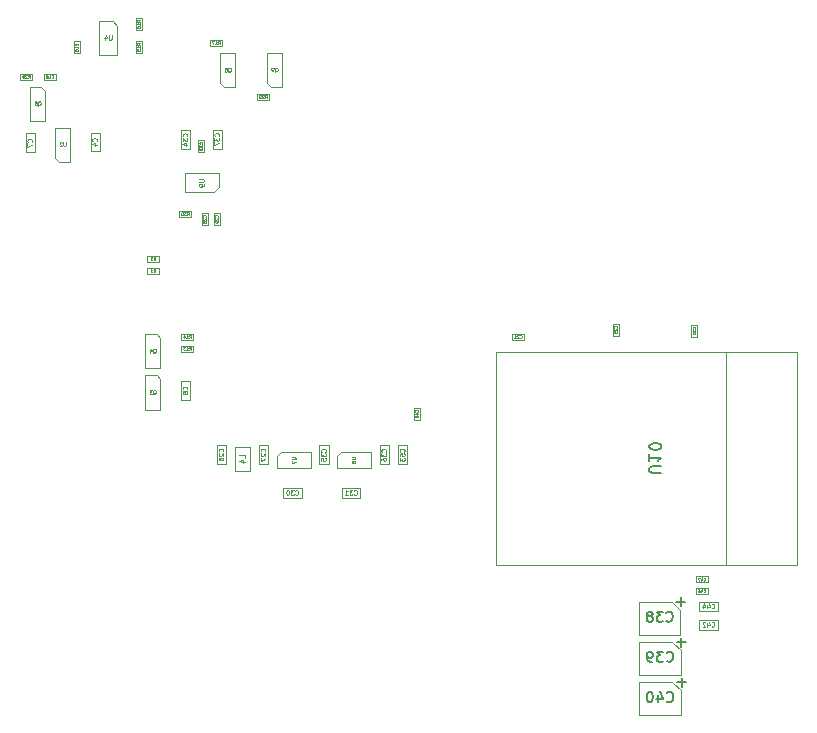
<source format=gbr>
%TF.GenerationSoftware,KiCad,Pcbnew,(7.0.0-93-gc189053ee5-dirty)*%
%TF.CreationDate,2023-02-21T15:15:17-08:00*%
%TF.ProjectId,ai-camera,61692d63-616d-4657-9261-2e6b69636164,rev1*%
%TF.SameCoordinates,PX5a995c0PY2aea540*%
%TF.FileFunction,AssemblyDrawing,Bot*%
%FSLAX46Y46*%
G04 Gerber Fmt 4.6, Leading zero omitted, Abs format (unit mm)*
G04 Created by KiCad (PCBNEW (7.0.0-93-gc189053ee5-dirty)) date 2023-02-21 15:15:17*
%MOMM*%
%LPD*%
G01*
G04 APERTURE LIST*
%ADD10C,0.050000*%
%ADD11C,0.150000*%
%ADD12C,0.130000*%
%ADD13C,0.040000*%
%ADD14C,0.060000*%
%ADD15C,0.080000*%
%ADD16C,0.100000*%
G04 APERTURE END LIST*
D10*
X21270476Y-13008038D02*
X21300952Y-12992800D01*
X21300952Y-12992800D02*
X21331428Y-12962323D01*
X21331428Y-12962323D02*
X21377142Y-12916609D01*
X21377142Y-12916609D02*
X21407619Y-12901371D01*
X21407619Y-12901371D02*
X21438095Y-12901371D01*
X21422857Y-12977561D02*
X21453333Y-12962323D01*
X21453333Y-12962323D02*
X21483809Y-12931847D01*
X21483809Y-12931847D02*
X21499047Y-12870895D01*
X21499047Y-12870895D02*
X21499047Y-12764228D01*
X21499047Y-12764228D02*
X21483809Y-12703276D01*
X21483809Y-12703276D02*
X21453333Y-12672800D01*
X21453333Y-12672800D02*
X21422857Y-12657561D01*
X21422857Y-12657561D02*
X21361904Y-12657561D01*
X21361904Y-12657561D02*
X21331428Y-12672800D01*
X21331428Y-12672800D02*
X21300952Y-12703276D01*
X21300952Y-12703276D02*
X21285714Y-12764228D01*
X21285714Y-12764228D02*
X21285714Y-12870895D01*
X21285714Y-12870895D02*
X21300952Y-12931847D01*
X21300952Y-12931847D02*
X21331428Y-12962323D01*
X21331428Y-12962323D02*
X21361904Y-12977561D01*
X21361904Y-12977561D02*
X21422857Y-12977561D01*
X20996190Y-12657561D02*
X21148571Y-12657561D01*
X21148571Y-12657561D02*
X21163809Y-12809942D01*
X21163809Y-12809942D02*
X21148571Y-12794704D01*
X21148571Y-12794704D02*
X21118095Y-12779466D01*
X21118095Y-12779466D02*
X21041904Y-12779466D01*
X21041904Y-12779466D02*
X21011428Y-12794704D01*
X21011428Y-12794704D02*
X20996190Y-12809942D01*
X20996190Y-12809942D02*
X20980952Y-12840419D01*
X20980952Y-12840419D02*
X20980952Y-12916609D01*
X20980952Y-12916609D02*
X20996190Y-12947085D01*
X20996190Y-12947085D02*
X21011428Y-12962323D01*
X21011428Y-12962323D02*
X21041904Y-12977561D01*
X21041904Y-12977561D02*
X21118095Y-12977561D01*
X21118095Y-12977561D02*
X21148571Y-12962323D01*
X21148571Y-12962323D02*
X21163809Y-12947085D01*
D11*
X60030951Y-61311428D02*
X59269047Y-61311428D01*
X59649999Y-61692380D02*
X59649999Y-60930476D01*
D12*
X58403214Y-62876986D02*
X58445118Y-62918891D01*
X58445118Y-62918891D02*
X58570833Y-62960796D01*
X58570833Y-62960796D02*
X58654642Y-62960796D01*
X58654642Y-62960796D02*
X58780356Y-62918891D01*
X58780356Y-62918891D02*
X58864166Y-62835081D01*
X58864166Y-62835081D02*
X58906071Y-62751272D01*
X58906071Y-62751272D02*
X58947975Y-62583653D01*
X58947975Y-62583653D02*
X58947975Y-62457939D01*
X58947975Y-62457939D02*
X58906071Y-62290320D01*
X58906071Y-62290320D02*
X58864166Y-62206510D01*
X58864166Y-62206510D02*
X58780356Y-62122701D01*
X58780356Y-62122701D02*
X58654642Y-62080796D01*
X58654642Y-62080796D02*
X58570833Y-62080796D01*
X58570833Y-62080796D02*
X58445118Y-62122701D01*
X58445118Y-62122701D02*
X58403214Y-62164605D01*
X58109880Y-62080796D02*
X57565118Y-62080796D01*
X57565118Y-62080796D02*
X57858452Y-62416034D01*
X57858452Y-62416034D02*
X57732737Y-62416034D01*
X57732737Y-62416034D02*
X57648928Y-62457939D01*
X57648928Y-62457939D02*
X57607023Y-62499843D01*
X57607023Y-62499843D02*
X57565118Y-62583653D01*
X57565118Y-62583653D02*
X57565118Y-62793177D01*
X57565118Y-62793177D02*
X57607023Y-62876986D01*
X57607023Y-62876986D02*
X57648928Y-62918891D01*
X57648928Y-62918891D02*
X57732737Y-62960796D01*
X57732737Y-62960796D02*
X57984166Y-62960796D01*
X57984166Y-62960796D02*
X58067975Y-62918891D01*
X58067975Y-62918891D02*
X58109880Y-62876986D01*
X57146071Y-62960796D02*
X56978452Y-62960796D01*
X56978452Y-62960796D02*
X56894642Y-62918891D01*
X56894642Y-62918891D02*
X56852738Y-62876986D01*
X56852738Y-62876986D02*
X56768928Y-62751272D01*
X56768928Y-62751272D02*
X56727023Y-62583653D01*
X56727023Y-62583653D02*
X56727023Y-62248415D01*
X56727023Y-62248415D02*
X56768928Y-62164605D01*
X56768928Y-62164605D02*
X56810833Y-62122701D01*
X56810833Y-62122701D02*
X56894642Y-62080796D01*
X56894642Y-62080796D02*
X57062261Y-62080796D01*
X57062261Y-62080796D02*
X57146071Y-62122701D01*
X57146071Y-62122701D02*
X57187976Y-62164605D01*
X57187976Y-62164605D02*
X57229880Y-62248415D01*
X57229880Y-62248415D02*
X57229880Y-62457939D01*
X57229880Y-62457939D02*
X57187976Y-62541748D01*
X57187976Y-62541748D02*
X57146071Y-62583653D01*
X57146071Y-62583653D02*
X57062261Y-62625558D01*
X57062261Y-62625558D02*
X56894642Y-62625558D01*
X56894642Y-62625558D02*
X56810833Y-62583653D01*
X56810833Y-62583653D02*
X56768928Y-62541748D01*
X56768928Y-62541748D02*
X56727023Y-62457939D01*
D13*
X14963332Y-28965519D02*
X15049999Y-28841709D01*
X15111904Y-28965519D02*
X15111904Y-28705519D01*
X15111904Y-28705519D02*
X15012856Y-28705519D01*
X15012856Y-28705519D02*
X14988094Y-28717900D01*
X14988094Y-28717900D02*
X14975713Y-28730280D01*
X14975713Y-28730280D02*
X14963332Y-28755042D01*
X14963332Y-28755042D02*
X14963332Y-28792185D01*
X14963332Y-28792185D02*
X14975713Y-28816947D01*
X14975713Y-28816947D02*
X14988094Y-28829328D01*
X14988094Y-28829328D02*
X15012856Y-28841709D01*
X15012856Y-28841709D02*
X15111904Y-28841709D01*
X14864285Y-28730280D02*
X14851904Y-28717900D01*
X14851904Y-28717900D02*
X14827142Y-28705519D01*
X14827142Y-28705519D02*
X14765237Y-28705519D01*
X14765237Y-28705519D02*
X14740475Y-28717900D01*
X14740475Y-28717900D02*
X14728094Y-28730280D01*
X14728094Y-28730280D02*
X14715713Y-28755042D01*
X14715713Y-28755042D02*
X14715713Y-28779804D01*
X14715713Y-28779804D02*
X14728094Y-28816947D01*
X14728094Y-28816947D02*
X14876666Y-28965519D01*
X14876666Y-28965519D02*
X14715713Y-28965519D01*
X60828035Y-34749285D02*
X60839940Y-34737381D01*
X60839940Y-34737381D02*
X60851845Y-34701666D01*
X60851845Y-34701666D02*
X60851845Y-34677857D01*
X60851845Y-34677857D02*
X60839940Y-34642143D01*
X60839940Y-34642143D02*
X60816130Y-34618333D01*
X60816130Y-34618333D02*
X60792321Y-34606428D01*
X60792321Y-34606428D02*
X60744702Y-34594524D01*
X60744702Y-34594524D02*
X60708988Y-34594524D01*
X60708988Y-34594524D02*
X60661369Y-34606428D01*
X60661369Y-34606428D02*
X60637559Y-34618333D01*
X60637559Y-34618333D02*
X60613750Y-34642143D01*
X60613750Y-34642143D02*
X60601845Y-34677857D01*
X60601845Y-34677857D02*
X60601845Y-34701666D01*
X60601845Y-34701666D02*
X60613750Y-34737381D01*
X60613750Y-34737381D02*
X60625654Y-34749285D01*
X60601845Y-34832619D02*
X60601845Y-34987381D01*
X60601845Y-34987381D02*
X60697083Y-34904047D01*
X60697083Y-34904047D02*
X60697083Y-34939762D01*
X60697083Y-34939762D02*
X60708988Y-34963571D01*
X60708988Y-34963571D02*
X60720892Y-34975476D01*
X60720892Y-34975476D02*
X60744702Y-34987381D01*
X60744702Y-34987381D02*
X60804226Y-34987381D01*
X60804226Y-34987381D02*
X60828035Y-34975476D01*
X60828035Y-34975476D02*
X60839940Y-34963571D01*
X60839940Y-34963571D02*
X60851845Y-34939762D01*
X60851845Y-34939762D02*
X60851845Y-34868333D01*
X60851845Y-34868333D02*
X60839940Y-34844524D01*
X60839940Y-34844524D02*
X60828035Y-34832619D01*
X60625654Y-35082619D02*
X60613750Y-35094523D01*
X60613750Y-35094523D02*
X60601845Y-35118333D01*
X60601845Y-35118333D02*
X60601845Y-35177857D01*
X60601845Y-35177857D02*
X60613750Y-35201666D01*
X60613750Y-35201666D02*
X60625654Y-35213571D01*
X60625654Y-35213571D02*
X60649464Y-35225476D01*
X60649464Y-35225476D02*
X60673273Y-35225476D01*
X60673273Y-35225476D02*
X60708988Y-35213571D01*
X60708988Y-35213571D02*
X60851845Y-35070714D01*
X60851845Y-35070714D02*
X60851845Y-35225476D01*
D11*
X57952619Y-46968094D02*
X57143095Y-46968094D01*
X57143095Y-46968094D02*
X57047857Y-46920475D01*
X57047857Y-46920475D02*
X57000238Y-46872856D01*
X57000238Y-46872856D02*
X56952619Y-46777618D01*
X56952619Y-46777618D02*
X56952619Y-46587142D01*
X56952619Y-46587142D02*
X57000238Y-46491904D01*
X57000238Y-46491904D02*
X57047857Y-46444285D01*
X57047857Y-46444285D02*
X57143095Y-46396666D01*
X57143095Y-46396666D02*
X57952619Y-46396666D01*
X56952619Y-45396666D02*
X56952619Y-45968094D01*
X56952619Y-45682380D02*
X57952619Y-45682380D01*
X57952619Y-45682380D02*
X57809761Y-45777618D01*
X57809761Y-45777618D02*
X57714523Y-45872856D01*
X57714523Y-45872856D02*
X57666904Y-45968094D01*
X57952619Y-44777618D02*
X57952619Y-44682380D01*
X57952619Y-44682380D02*
X57905000Y-44587142D01*
X57905000Y-44587142D02*
X57857380Y-44539523D01*
X57857380Y-44539523D02*
X57762142Y-44491904D01*
X57762142Y-44491904D02*
X57571666Y-44444285D01*
X57571666Y-44444285D02*
X57333571Y-44444285D01*
X57333571Y-44444285D02*
X57143095Y-44491904D01*
X57143095Y-44491904D02*
X57047857Y-44539523D01*
X57047857Y-44539523D02*
X57000238Y-44587142D01*
X57000238Y-44587142D02*
X56952619Y-44682380D01*
X56952619Y-44682380D02*
X56952619Y-44777618D01*
X56952619Y-44777618D02*
X57000238Y-44872856D01*
X57000238Y-44872856D02*
X57047857Y-44920475D01*
X57047857Y-44920475D02*
X57143095Y-44968094D01*
X57143095Y-44968094D02*
X57333571Y-45015713D01*
X57333571Y-45015713D02*
X57571666Y-45015713D01*
X57571666Y-45015713D02*
X57762142Y-44968094D01*
X57762142Y-44968094D02*
X57857380Y-44920475D01*
X57857380Y-44920475D02*
X57905000Y-44872856D01*
X57905000Y-44872856D02*
X57952619Y-44777618D01*
D13*
X20393035Y-25284285D02*
X20404940Y-25272381D01*
X20404940Y-25272381D02*
X20416845Y-25236666D01*
X20416845Y-25236666D02*
X20416845Y-25212857D01*
X20416845Y-25212857D02*
X20404940Y-25177143D01*
X20404940Y-25177143D02*
X20381130Y-25153333D01*
X20381130Y-25153333D02*
X20357321Y-25141428D01*
X20357321Y-25141428D02*
X20309702Y-25129524D01*
X20309702Y-25129524D02*
X20273988Y-25129524D01*
X20273988Y-25129524D02*
X20226369Y-25141428D01*
X20226369Y-25141428D02*
X20202559Y-25153333D01*
X20202559Y-25153333D02*
X20178750Y-25177143D01*
X20178750Y-25177143D02*
X20166845Y-25212857D01*
X20166845Y-25212857D02*
X20166845Y-25236666D01*
X20166845Y-25236666D02*
X20178750Y-25272381D01*
X20178750Y-25272381D02*
X20190654Y-25284285D01*
X20190654Y-25379524D02*
X20178750Y-25391428D01*
X20178750Y-25391428D02*
X20166845Y-25415238D01*
X20166845Y-25415238D02*
X20166845Y-25474762D01*
X20166845Y-25474762D02*
X20178750Y-25498571D01*
X20178750Y-25498571D02*
X20190654Y-25510476D01*
X20190654Y-25510476D02*
X20214464Y-25522381D01*
X20214464Y-25522381D02*
X20238273Y-25522381D01*
X20238273Y-25522381D02*
X20273988Y-25510476D01*
X20273988Y-25510476D02*
X20416845Y-25367619D01*
X20416845Y-25367619D02*
X20416845Y-25522381D01*
X20416845Y-25641428D02*
X20416845Y-25689047D01*
X20416845Y-25689047D02*
X20404940Y-25712857D01*
X20404940Y-25712857D02*
X20393035Y-25724761D01*
X20393035Y-25724761D02*
X20357321Y-25748571D01*
X20357321Y-25748571D02*
X20309702Y-25760476D01*
X20309702Y-25760476D02*
X20214464Y-25760476D01*
X20214464Y-25760476D02*
X20190654Y-25748571D01*
X20190654Y-25748571D02*
X20178750Y-25736666D01*
X20178750Y-25736666D02*
X20166845Y-25712857D01*
X20166845Y-25712857D02*
X20166845Y-25665238D01*
X20166845Y-25665238D02*
X20178750Y-25641428D01*
X20178750Y-25641428D02*
X20190654Y-25629523D01*
X20190654Y-25629523D02*
X20214464Y-25617619D01*
X20214464Y-25617619D02*
X20273988Y-25617619D01*
X20273988Y-25617619D02*
X20297797Y-25629523D01*
X20297797Y-25629523D02*
X20309702Y-25641428D01*
X20309702Y-25641428D02*
X20321607Y-25665238D01*
X20321607Y-25665238D02*
X20321607Y-25712857D01*
X20321607Y-25712857D02*
X20309702Y-25736666D01*
X20309702Y-25736666D02*
X20297797Y-25748571D01*
X20297797Y-25748571D02*
X20273988Y-25760476D01*
D14*
X17793857Y-18467857D02*
X17812904Y-18448809D01*
X17812904Y-18448809D02*
X17831952Y-18391667D01*
X17831952Y-18391667D02*
X17831952Y-18353571D01*
X17831952Y-18353571D02*
X17812904Y-18296428D01*
X17812904Y-18296428D02*
X17774809Y-18258333D01*
X17774809Y-18258333D02*
X17736714Y-18239286D01*
X17736714Y-18239286D02*
X17660523Y-18220238D01*
X17660523Y-18220238D02*
X17603380Y-18220238D01*
X17603380Y-18220238D02*
X17527190Y-18239286D01*
X17527190Y-18239286D02*
X17489095Y-18258333D01*
X17489095Y-18258333D02*
X17451000Y-18296428D01*
X17451000Y-18296428D02*
X17431952Y-18353571D01*
X17431952Y-18353571D02*
X17431952Y-18391667D01*
X17431952Y-18391667D02*
X17451000Y-18448809D01*
X17451000Y-18448809D02*
X17470047Y-18467857D01*
X17431952Y-18601190D02*
X17431952Y-18848809D01*
X17431952Y-18848809D02*
X17584333Y-18715476D01*
X17584333Y-18715476D02*
X17584333Y-18772619D01*
X17584333Y-18772619D02*
X17603380Y-18810714D01*
X17603380Y-18810714D02*
X17622428Y-18829762D01*
X17622428Y-18829762D02*
X17660523Y-18848809D01*
X17660523Y-18848809D02*
X17755761Y-18848809D01*
X17755761Y-18848809D02*
X17793857Y-18829762D01*
X17793857Y-18829762D02*
X17812904Y-18810714D01*
X17812904Y-18810714D02*
X17831952Y-18772619D01*
X17831952Y-18772619D02*
X17831952Y-18658333D01*
X17831952Y-18658333D02*
X17812904Y-18620238D01*
X17812904Y-18620238D02*
X17793857Y-18601190D01*
X17565285Y-19191666D02*
X17831952Y-19191666D01*
X17412904Y-19096428D02*
X17698619Y-19001190D01*
X17698619Y-19001190D02*
X17698619Y-19248809D01*
D13*
X37304435Y-41777285D02*
X37316340Y-41765381D01*
X37316340Y-41765381D02*
X37328245Y-41729666D01*
X37328245Y-41729666D02*
X37328245Y-41705857D01*
X37328245Y-41705857D02*
X37316340Y-41670143D01*
X37316340Y-41670143D02*
X37292530Y-41646333D01*
X37292530Y-41646333D02*
X37268721Y-41634428D01*
X37268721Y-41634428D02*
X37221102Y-41622524D01*
X37221102Y-41622524D02*
X37185388Y-41622524D01*
X37185388Y-41622524D02*
X37137769Y-41634428D01*
X37137769Y-41634428D02*
X37113959Y-41646333D01*
X37113959Y-41646333D02*
X37090150Y-41670143D01*
X37090150Y-41670143D02*
X37078245Y-41705857D01*
X37078245Y-41705857D02*
X37078245Y-41729666D01*
X37078245Y-41729666D02*
X37090150Y-41765381D01*
X37090150Y-41765381D02*
X37102054Y-41777285D01*
X37161578Y-41991571D02*
X37328245Y-41991571D01*
X37066340Y-41932047D02*
X37244911Y-41872524D01*
X37244911Y-41872524D02*
X37244911Y-42027285D01*
X37185388Y-42158238D02*
X37173483Y-42134428D01*
X37173483Y-42134428D02*
X37161578Y-42122523D01*
X37161578Y-42122523D02*
X37137769Y-42110619D01*
X37137769Y-42110619D02*
X37125864Y-42110619D01*
X37125864Y-42110619D02*
X37102054Y-42122523D01*
X37102054Y-42122523D02*
X37090150Y-42134428D01*
X37090150Y-42134428D02*
X37078245Y-42158238D01*
X37078245Y-42158238D02*
X37078245Y-42205857D01*
X37078245Y-42205857D02*
X37090150Y-42229666D01*
X37090150Y-42229666D02*
X37102054Y-42241571D01*
X37102054Y-42241571D02*
X37125864Y-42253476D01*
X37125864Y-42253476D02*
X37137769Y-42253476D01*
X37137769Y-42253476D02*
X37161578Y-42241571D01*
X37161578Y-42241571D02*
X37173483Y-42229666D01*
X37173483Y-42229666D02*
X37185388Y-42205857D01*
X37185388Y-42205857D02*
X37185388Y-42158238D01*
X37185388Y-42158238D02*
X37197292Y-42134428D01*
X37197292Y-42134428D02*
X37209197Y-42122523D01*
X37209197Y-42122523D02*
X37233007Y-42110619D01*
X37233007Y-42110619D02*
X37280626Y-42110619D01*
X37280626Y-42110619D02*
X37304435Y-42122523D01*
X37304435Y-42122523D02*
X37316340Y-42134428D01*
X37316340Y-42134428D02*
X37328245Y-42158238D01*
X37328245Y-42158238D02*
X37328245Y-42205857D01*
X37328245Y-42205857D02*
X37316340Y-42229666D01*
X37316340Y-42229666D02*
X37304435Y-42241571D01*
X37304435Y-42241571D02*
X37280626Y-42253476D01*
X37280626Y-42253476D02*
X37233007Y-42253476D01*
X37233007Y-42253476D02*
X37209197Y-42241571D01*
X37209197Y-42241571D02*
X37197292Y-42229666D01*
X37197292Y-42229666D02*
X37185388Y-42205857D01*
X17812142Y-25140519D02*
X17898809Y-25016709D01*
X17960714Y-25140519D02*
X17960714Y-24880519D01*
X17960714Y-24880519D02*
X17861666Y-24880519D01*
X17861666Y-24880519D02*
X17836904Y-24892900D01*
X17836904Y-24892900D02*
X17824523Y-24905280D01*
X17824523Y-24905280D02*
X17812142Y-24930042D01*
X17812142Y-24930042D02*
X17812142Y-24967185D01*
X17812142Y-24967185D02*
X17824523Y-24991947D01*
X17824523Y-24991947D02*
X17836904Y-25004328D01*
X17836904Y-25004328D02*
X17861666Y-25016709D01*
X17861666Y-25016709D02*
X17960714Y-25016709D01*
X17725476Y-24880519D02*
X17564523Y-24880519D01*
X17564523Y-24880519D02*
X17651190Y-24979566D01*
X17651190Y-24979566D02*
X17614047Y-24979566D01*
X17614047Y-24979566D02*
X17589285Y-24991947D01*
X17589285Y-24991947D02*
X17576904Y-25004328D01*
X17576904Y-25004328D02*
X17564523Y-25029090D01*
X17564523Y-25029090D02*
X17564523Y-25090995D01*
X17564523Y-25090995D02*
X17576904Y-25115757D01*
X17576904Y-25115757D02*
X17589285Y-25128138D01*
X17589285Y-25128138D02*
X17614047Y-25140519D01*
X17614047Y-25140519D02*
X17688333Y-25140519D01*
X17688333Y-25140519D02*
X17713095Y-25128138D01*
X17713095Y-25128138D02*
X17725476Y-25115757D01*
X17403571Y-24880519D02*
X17378809Y-24880519D01*
X17378809Y-24880519D02*
X17354047Y-24892900D01*
X17354047Y-24892900D02*
X17341666Y-24905280D01*
X17341666Y-24905280D02*
X17329285Y-24930042D01*
X17329285Y-24930042D02*
X17316904Y-24979566D01*
X17316904Y-24979566D02*
X17316904Y-25041471D01*
X17316904Y-25041471D02*
X17329285Y-25090995D01*
X17329285Y-25090995D02*
X17341666Y-25115757D01*
X17341666Y-25115757D02*
X17354047Y-25128138D01*
X17354047Y-25128138D02*
X17378809Y-25140519D01*
X17378809Y-25140519D02*
X17403571Y-25140519D01*
X17403571Y-25140519D02*
X17428333Y-25128138D01*
X17428333Y-25128138D02*
X17440714Y-25115757D01*
X17440714Y-25115757D02*
X17453095Y-25090995D01*
X17453095Y-25090995D02*
X17465476Y-25041471D01*
X17465476Y-25041471D02*
X17465476Y-24979566D01*
X17465476Y-24979566D02*
X17453095Y-24930042D01*
X17453095Y-24930042D02*
X17440714Y-24905280D01*
X17440714Y-24905280D02*
X17428333Y-24892900D01*
X17428333Y-24892900D02*
X17403571Y-24880519D01*
D14*
X10138857Y-18873333D02*
X10157904Y-18854285D01*
X10157904Y-18854285D02*
X10176952Y-18797143D01*
X10176952Y-18797143D02*
X10176952Y-18759047D01*
X10176952Y-18759047D02*
X10157904Y-18701904D01*
X10157904Y-18701904D02*
X10119809Y-18663809D01*
X10119809Y-18663809D02*
X10081714Y-18644762D01*
X10081714Y-18644762D02*
X10005523Y-18625714D01*
X10005523Y-18625714D02*
X9948380Y-18625714D01*
X9948380Y-18625714D02*
X9872190Y-18644762D01*
X9872190Y-18644762D02*
X9834095Y-18663809D01*
X9834095Y-18663809D02*
X9796000Y-18701904D01*
X9796000Y-18701904D02*
X9776952Y-18759047D01*
X9776952Y-18759047D02*
X9776952Y-18797143D01*
X9776952Y-18797143D02*
X9796000Y-18854285D01*
X9796000Y-18854285D02*
X9815047Y-18873333D01*
X9910285Y-19216190D02*
X10176952Y-19216190D01*
X9757904Y-19120952D02*
X10043619Y-19025714D01*
X10043619Y-19025714D02*
X10043619Y-19273333D01*
X20483857Y-18442857D02*
X20502904Y-18423809D01*
X20502904Y-18423809D02*
X20521952Y-18366667D01*
X20521952Y-18366667D02*
X20521952Y-18328571D01*
X20521952Y-18328571D02*
X20502904Y-18271428D01*
X20502904Y-18271428D02*
X20464809Y-18233333D01*
X20464809Y-18233333D02*
X20426714Y-18214286D01*
X20426714Y-18214286D02*
X20350523Y-18195238D01*
X20350523Y-18195238D02*
X20293380Y-18195238D01*
X20293380Y-18195238D02*
X20217190Y-18214286D01*
X20217190Y-18214286D02*
X20179095Y-18233333D01*
X20179095Y-18233333D02*
X20141000Y-18271428D01*
X20141000Y-18271428D02*
X20121952Y-18328571D01*
X20121952Y-18328571D02*
X20121952Y-18366667D01*
X20121952Y-18366667D02*
X20141000Y-18423809D01*
X20141000Y-18423809D02*
X20160047Y-18442857D01*
X20121952Y-18576190D02*
X20121952Y-18823809D01*
X20121952Y-18823809D02*
X20274333Y-18690476D01*
X20274333Y-18690476D02*
X20274333Y-18747619D01*
X20274333Y-18747619D02*
X20293380Y-18785714D01*
X20293380Y-18785714D02*
X20312428Y-18804762D01*
X20312428Y-18804762D02*
X20350523Y-18823809D01*
X20350523Y-18823809D02*
X20445761Y-18823809D01*
X20445761Y-18823809D02*
X20483857Y-18804762D01*
X20483857Y-18804762D02*
X20502904Y-18785714D01*
X20502904Y-18785714D02*
X20521952Y-18747619D01*
X20521952Y-18747619D02*
X20521952Y-18633333D01*
X20521952Y-18633333D02*
X20502904Y-18595238D01*
X20502904Y-18595238D02*
X20483857Y-18576190D01*
X20121952Y-18957142D02*
X20121952Y-19223809D01*
X20121952Y-19223809D02*
X20521952Y-19052380D01*
D13*
X61535714Y-57043035D02*
X61547618Y-57054940D01*
X61547618Y-57054940D02*
X61583333Y-57066845D01*
X61583333Y-57066845D02*
X61607142Y-57066845D01*
X61607142Y-57066845D02*
X61642856Y-57054940D01*
X61642856Y-57054940D02*
X61666666Y-57031130D01*
X61666666Y-57031130D02*
X61678571Y-57007321D01*
X61678571Y-57007321D02*
X61690475Y-56959702D01*
X61690475Y-56959702D02*
X61690475Y-56923988D01*
X61690475Y-56923988D02*
X61678571Y-56876369D01*
X61678571Y-56876369D02*
X61666666Y-56852559D01*
X61666666Y-56852559D02*
X61642856Y-56828750D01*
X61642856Y-56828750D02*
X61607142Y-56816845D01*
X61607142Y-56816845D02*
X61583333Y-56816845D01*
X61583333Y-56816845D02*
X61547618Y-56828750D01*
X61547618Y-56828750D02*
X61535714Y-56840654D01*
X61321428Y-56900178D02*
X61321428Y-57066845D01*
X61380952Y-56804940D02*
X61440475Y-56983511D01*
X61440475Y-56983511D02*
X61285714Y-56983511D01*
X61083333Y-56816845D02*
X61130952Y-56816845D01*
X61130952Y-56816845D02*
X61154761Y-56828750D01*
X61154761Y-56828750D02*
X61166666Y-56840654D01*
X61166666Y-56840654D02*
X61190476Y-56876369D01*
X61190476Y-56876369D02*
X61202380Y-56923988D01*
X61202380Y-56923988D02*
X61202380Y-57019226D01*
X61202380Y-57019226D02*
X61190476Y-57043035D01*
X61190476Y-57043035D02*
X61178571Y-57054940D01*
X61178571Y-57054940D02*
X61154761Y-57066845D01*
X61154761Y-57066845D02*
X61107142Y-57066845D01*
X61107142Y-57066845D02*
X61083333Y-57054940D01*
X61083333Y-57054940D02*
X61071428Y-57043035D01*
X61071428Y-57043035D02*
X61059523Y-57019226D01*
X61059523Y-57019226D02*
X61059523Y-56959702D01*
X61059523Y-56959702D02*
X61071428Y-56935892D01*
X61071428Y-56935892D02*
X61083333Y-56923988D01*
X61083333Y-56923988D02*
X61107142Y-56912083D01*
X61107142Y-56912083D02*
X61154761Y-56912083D01*
X61154761Y-56912083D02*
X61178571Y-56923988D01*
X61178571Y-56923988D02*
X61190476Y-56935892D01*
X61190476Y-56935892D02*
X61202380Y-56959702D01*
D10*
X14930476Y-40308038D02*
X14960952Y-40292800D01*
X14960952Y-40292800D02*
X14991428Y-40262323D01*
X14991428Y-40262323D02*
X15037142Y-40216609D01*
X15037142Y-40216609D02*
X15067619Y-40201371D01*
X15067619Y-40201371D02*
X15098095Y-40201371D01*
X15082857Y-40277561D02*
X15113333Y-40262323D01*
X15113333Y-40262323D02*
X15143809Y-40231847D01*
X15143809Y-40231847D02*
X15159047Y-40170895D01*
X15159047Y-40170895D02*
X15159047Y-40064228D01*
X15159047Y-40064228D02*
X15143809Y-40003276D01*
X15143809Y-40003276D02*
X15113333Y-39972800D01*
X15113333Y-39972800D02*
X15082857Y-39957561D01*
X15082857Y-39957561D02*
X15021904Y-39957561D01*
X15021904Y-39957561D02*
X14991428Y-39972800D01*
X14991428Y-39972800D02*
X14960952Y-40003276D01*
X14960952Y-40003276D02*
X14945714Y-40064228D01*
X14945714Y-40064228D02*
X14945714Y-40170895D01*
X14945714Y-40170895D02*
X14960952Y-40231847D01*
X14960952Y-40231847D02*
X14991428Y-40262323D01*
X14991428Y-40262323D02*
X15021904Y-40277561D01*
X15021904Y-40277561D02*
X15082857Y-40277561D01*
X14839047Y-39957561D02*
X14640952Y-39957561D01*
X14640952Y-39957561D02*
X14747619Y-40079466D01*
X14747619Y-40079466D02*
X14701904Y-40079466D01*
X14701904Y-40079466D02*
X14671428Y-40094704D01*
X14671428Y-40094704D02*
X14656190Y-40109942D01*
X14656190Y-40109942D02*
X14640952Y-40140419D01*
X14640952Y-40140419D02*
X14640952Y-40216609D01*
X14640952Y-40216609D02*
X14656190Y-40247085D01*
X14656190Y-40247085D02*
X14671428Y-40262323D01*
X14671428Y-40262323D02*
X14701904Y-40277561D01*
X14701904Y-40277561D02*
X14793333Y-40277561D01*
X14793333Y-40277561D02*
X14823809Y-40262323D01*
X14823809Y-40262323D02*
X14839047Y-40247085D01*
D13*
X6330714Y-13508035D02*
X6342618Y-13519940D01*
X6342618Y-13519940D02*
X6378333Y-13531845D01*
X6378333Y-13531845D02*
X6402142Y-13531845D01*
X6402142Y-13531845D02*
X6437856Y-13519940D01*
X6437856Y-13519940D02*
X6461666Y-13496130D01*
X6461666Y-13496130D02*
X6473571Y-13472321D01*
X6473571Y-13472321D02*
X6485475Y-13424702D01*
X6485475Y-13424702D02*
X6485475Y-13388988D01*
X6485475Y-13388988D02*
X6473571Y-13341369D01*
X6473571Y-13341369D02*
X6461666Y-13317559D01*
X6461666Y-13317559D02*
X6437856Y-13293750D01*
X6437856Y-13293750D02*
X6402142Y-13281845D01*
X6402142Y-13281845D02*
X6378333Y-13281845D01*
X6378333Y-13281845D02*
X6342618Y-13293750D01*
X6342618Y-13293750D02*
X6330714Y-13305654D01*
X6092618Y-13531845D02*
X6235475Y-13531845D01*
X6164047Y-13531845D02*
X6164047Y-13281845D01*
X6164047Y-13281845D02*
X6187856Y-13317559D01*
X6187856Y-13317559D02*
X6211666Y-13341369D01*
X6211666Y-13341369D02*
X6235475Y-13353273D01*
X5878333Y-13281845D02*
X5925952Y-13281845D01*
X5925952Y-13281845D02*
X5949761Y-13293750D01*
X5949761Y-13293750D02*
X5961666Y-13305654D01*
X5961666Y-13305654D02*
X5985476Y-13341369D01*
X5985476Y-13341369D02*
X5997380Y-13388988D01*
X5997380Y-13388988D02*
X5997380Y-13484226D01*
X5997380Y-13484226D02*
X5985476Y-13508035D01*
X5985476Y-13508035D02*
X5973571Y-13519940D01*
X5973571Y-13519940D02*
X5949761Y-13531845D01*
X5949761Y-13531845D02*
X5902142Y-13531845D01*
X5902142Y-13531845D02*
X5878333Y-13519940D01*
X5878333Y-13519940D02*
X5866428Y-13508035D01*
X5866428Y-13508035D02*
X5854523Y-13484226D01*
X5854523Y-13484226D02*
X5854523Y-13424702D01*
X5854523Y-13424702D02*
X5866428Y-13400892D01*
X5866428Y-13400892D02*
X5878333Y-13388988D01*
X5878333Y-13388988D02*
X5902142Y-13377083D01*
X5902142Y-13377083D02*
X5949761Y-13377083D01*
X5949761Y-13377083D02*
X5973571Y-13388988D01*
X5973571Y-13388988D02*
X5985476Y-13400892D01*
X5985476Y-13400892D02*
X5997380Y-13424702D01*
D14*
X29522057Y-45164757D02*
X29541104Y-45145709D01*
X29541104Y-45145709D02*
X29560152Y-45088567D01*
X29560152Y-45088567D02*
X29560152Y-45050471D01*
X29560152Y-45050471D02*
X29541104Y-44993328D01*
X29541104Y-44993328D02*
X29503009Y-44955233D01*
X29503009Y-44955233D02*
X29464914Y-44936186D01*
X29464914Y-44936186D02*
X29388723Y-44917138D01*
X29388723Y-44917138D02*
X29331580Y-44917138D01*
X29331580Y-44917138D02*
X29255390Y-44936186D01*
X29255390Y-44936186D02*
X29217295Y-44955233D01*
X29217295Y-44955233D02*
X29179200Y-44993328D01*
X29179200Y-44993328D02*
X29160152Y-45050471D01*
X29160152Y-45050471D02*
X29160152Y-45088567D01*
X29160152Y-45088567D02*
X29179200Y-45145709D01*
X29179200Y-45145709D02*
X29198247Y-45164757D01*
X29160152Y-45298090D02*
X29160152Y-45545709D01*
X29160152Y-45545709D02*
X29312533Y-45412376D01*
X29312533Y-45412376D02*
X29312533Y-45469519D01*
X29312533Y-45469519D02*
X29331580Y-45507614D01*
X29331580Y-45507614D02*
X29350628Y-45526662D01*
X29350628Y-45526662D02*
X29388723Y-45545709D01*
X29388723Y-45545709D02*
X29483961Y-45545709D01*
X29483961Y-45545709D02*
X29522057Y-45526662D01*
X29522057Y-45526662D02*
X29541104Y-45507614D01*
X29541104Y-45507614D02*
X29560152Y-45469519D01*
X29560152Y-45469519D02*
X29560152Y-45355233D01*
X29560152Y-45355233D02*
X29541104Y-45317138D01*
X29541104Y-45317138D02*
X29522057Y-45298090D01*
X29160152Y-45907614D02*
X29160152Y-45717138D01*
X29160152Y-45717138D02*
X29350628Y-45698090D01*
X29350628Y-45698090D02*
X29331580Y-45717138D01*
X29331580Y-45717138D02*
X29312533Y-45755233D01*
X29312533Y-45755233D02*
X29312533Y-45850471D01*
X29312533Y-45850471D02*
X29331580Y-45888566D01*
X29331580Y-45888566D02*
X29350628Y-45907614D01*
X29350628Y-45907614D02*
X29388723Y-45926661D01*
X29388723Y-45926661D02*
X29483961Y-45926661D01*
X29483961Y-45926661D02*
X29522057Y-45907614D01*
X29522057Y-45907614D02*
X29541104Y-45888566D01*
X29541104Y-45888566D02*
X29560152Y-45850471D01*
X29560152Y-45850471D02*
X29560152Y-45755233D01*
X29560152Y-45755233D02*
X29541104Y-45717138D01*
X29541104Y-45717138D02*
X29522057Y-45698090D01*
D13*
X8568035Y-10769285D02*
X8579940Y-10757381D01*
X8579940Y-10757381D02*
X8591845Y-10721666D01*
X8591845Y-10721666D02*
X8591845Y-10697857D01*
X8591845Y-10697857D02*
X8579940Y-10662143D01*
X8579940Y-10662143D02*
X8556130Y-10638333D01*
X8556130Y-10638333D02*
X8532321Y-10626428D01*
X8532321Y-10626428D02*
X8484702Y-10614524D01*
X8484702Y-10614524D02*
X8448988Y-10614524D01*
X8448988Y-10614524D02*
X8401369Y-10626428D01*
X8401369Y-10626428D02*
X8377559Y-10638333D01*
X8377559Y-10638333D02*
X8353750Y-10662143D01*
X8353750Y-10662143D02*
X8341845Y-10697857D01*
X8341845Y-10697857D02*
X8341845Y-10721666D01*
X8341845Y-10721666D02*
X8353750Y-10757381D01*
X8353750Y-10757381D02*
X8365654Y-10769285D01*
X8591845Y-11007381D02*
X8591845Y-10864524D01*
X8591845Y-10935952D02*
X8341845Y-10935952D01*
X8341845Y-10935952D02*
X8377559Y-10912143D01*
X8377559Y-10912143D02*
X8401369Y-10888333D01*
X8401369Y-10888333D02*
X8413273Y-10864524D01*
X8341845Y-11162142D02*
X8341845Y-11185952D01*
X8341845Y-11185952D02*
X8353750Y-11209761D01*
X8353750Y-11209761D02*
X8365654Y-11221666D01*
X8365654Y-11221666D02*
X8389464Y-11233571D01*
X8389464Y-11233571D02*
X8437083Y-11245476D01*
X8437083Y-11245476D02*
X8496607Y-11245476D01*
X8496607Y-11245476D02*
X8544226Y-11233571D01*
X8544226Y-11233571D02*
X8568035Y-11221666D01*
X8568035Y-11221666D02*
X8579940Y-11209761D01*
X8579940Y-11209761D02*
X8591845Y-11185952D01*
X8591845Y-11185952D02*
X8591845Y-11162142D01*
X8591845Y-11162142D02*
X8579940Y-11138333D01*
X8579940Y-11138333D02*
X8568035Y-11126428D01*
X8568035Y-11126428D02*
X8544226Y-11114523D01*
X8544226Y-11114523D02*
X8496607Y-11102619D01*
X8496607Y-11102619D02*
X8437083Y-11102619D01*
X8437083Y-11102619D02*
X8389464Y-11114523D01*
X8389464Y-11114523D02*
X8365654Y-11126428D01*
X8365654Y-11126428D02*
X8353750Y-11138333D01*
X8353750Y-11138333D02*
X8341845Y-11162142D01*
D11*
X60055951Y-64661428D02*
X59294047Y-64661428D01*
X59674999Y-65042380D02*
X59674999Y-64280476D01*
D12*
X58415714Y-66289486D02*
X58457618Y-66331391D01*
X58457618Y-66331391D02*
X58583333Y-66373296D01*
X58583333Y-66373296D02*
X58667142Y-66373296D01*
X58667142Y-66373296D02*
X58792856Y-66331391D01*
X58792856Y-66331391D02*
X58876666Y-66247581D01*
X58876666Y-66247581D02*
X58918571Y-66163772D01*
X58918571Y-66163772D02*
X58960475Y-65996153D01*
X58960475Y-65996153D02*
X58960475Y-65870439D01*
X58960475Y-65870439D02*
X58918571Y-65702820D01*
X58918571Y-65702820D02*
X58876666Y-65619010D01*
X58876666Y-65619010D02*
X58792856Y-65535201D01*
X58792856Y-65535201D02*
X58667142Y-65493296D01*
X58667142Y-65493296D02*
X58583333Y-65493296D01*
X58583333Y-65493296D02*
X58457618Y-65535201D01*
X58457618Y-65535201D02*
X58415714Y-65577105D01*
X57661428Y-65786629D02*
X57661428Y-66373296D01*
X57870952Y-65451391D02*
X58080475Y-66079962D01*
X58080475Y-66079962D02*
X57535714Y-66079962D01*
X57032857Y-65493296D02*
X56949047Y-65493296D01*
X56949047Y-65493296D02*
X56865238Y-65535201D01*
X56865238Y-65535201D02*
X56823333Y-65577105D01*
X56823333Y-65577105D02*
X56781428Y-65660915D01*
X56781428Y-65660915D02*
X56739523Y-65828534D01*
X56739523Y-65828534D02*
X56739523Y-66038058D01*
X56739523Y-66038058D02*
X56781428Y-66205677D01*
X56781428Y-66205677D02*
X56823333Y-66289486D01*
X56823333Y-66289486D02*
X56865238Y-66331391D01*
X56865238Y-66331391D02*
X56949047Y-66373296D01*
X56949047Y-66373296D02*
X57032857Y-66373296D01*
X57032857Y-66373296D02*
X57116666Y-66331391D01*
X57116666Y-66331391D02*
X57158571Y-66289486D01*
X57158571Y-66289486D02*
X57200476Y-66205677D01*
X57200476Y-66205677D02*
X57242380Y-66038058D01*
X57242380Y-66038058D02*
X57242380Y-65828534D01*
X57242380Y-65828534D02*
X57200476Y-65660915D01*
X57200476Y-65660915D02*
X57158571Y-65577105D01*
X57158571Y-65577105D02*
X57116666Y-65535201D01*
X57116666Y-65535201D02*
X57032857Y-65493296D01*
D10*
X31737761Y-45628590D02*
X31996809Y-45628590D01*
X31996809Y-45628590D02*
X32027285Y-45643828D01*
X32027285Y-45643828D02*
X32042523Y-45659066D01*
X32042523Y-45659066D02*
X32057761Y-45689542D01*
X32057761Y-45689542D02*
X32057761Y-45750495D01*
X32057761Y-45750495D02*
X32042523Y-45780971D01*
X32042523Y-45780971D02*
X32027285Y-45796209D01*
X32027285Y-45796209D02*
X31996809Y-45811447D01*
X31996809Y-45811447D02*
X31737761Y-45811447D01*
X31874904Y-46009542D02*
X31859666Y-45979066D01*
X31859666Y-45979066D02*
X31844428Y-45963828D01*
X31844428Y-45963828D02*
X31813952Y-45948590D01*
X31813952Y-45948590D02*
X31798714Y-45948590D01*
X31798714Y-45948590D02*
X31768238Y-45963828D01*
X31768238Y-45963828D02*
X31753000Y-45979066D01*
X31753000Y-45979066D02*
X31737761Y-46009542D01*
X31737761Y-46009542D02*
X31737761Y-46070495D01*
X31737761Y-46070495D02*
X31753000Y-46100971D01*
X31753000Y-46100971D02*
X31768238Y-46116209D01*
X31768238Y-46116209D02*
X31798714Y-46131447D01*
X31798714Y-46131447D02*
X31813952Y-46131447D01*
X31813952Y-46131447D02*
X31844428Y-46116209D01*
X31844428Y-46116209D02*
X31859666Y-46100971D01*
X31859666Y-46100971D02*
X31874904Y-46070495D01*
X31874904Y-46070495D02*
X31874904Y-46009542D01*
X31874904Y-46009542D02*
X31890142Y-45979066D01*
X31890142Y-45979066D02*
X31905380Y-45963828D01*
X31905380Y-45963828D02*
X31935857Y-45948590D01*
X31935857Y-45948590D02*
X31996809Y-45948590D01*
X31996809Y-45948590D02*
X32027285Y-45963828D01*
X32027285Y-45963828D02*
X32042523Y-45979066D01*
X32042523Y-45979066D02*
X32057761Y-46009542D01*
X32057761Y-46009542D02*
X32057761Y-46070495D01*
X32057761Y-46070495D02*
X32042523Y-46100971D01*
X32042523Y-46100971D02*
X32027285Y-46116209D01*
X32027285Y-46116209D02*
X31996809Y-46131447D01*
X31996809Y-46131447D02*
X31935857Y-46131447D01*
X31935857Y-46131447D02*
X31905380Y-46116209D01*
X31905380Y-46116209D02*
X31890142Y-46100971D01*
X31890142Y-46100971D02*
X31874904Y-46070495D01*
D13*
X45980714Y-35508035D02*
X45992618Y-35519940D01*
X45992618Y-35519940D02*
X46028333Y-35531845D01*
X46028333Y-35531845D02*
X46052142Y-35531845D01*
X46052142Y-35531845D02*
X46087856Y-35519940D01*
X46087856Y-35519940D02*
X46111666Y-35496130D01*
X46111666Y-35496130D02*
X46123571Y-35472321D01*
X46123571Y-35472321D02*
X46135475Y-35424702D01*
X46135475Y-35424702D02*
X46135475Y-35388988D01*
X46135475Y-35388988D02*
X46123571Y-35341369D01*
X46123571Y-35341369D02*
X46111666Y-35317559D01*
X46111666Y-35317559D02*
X46087856Y-35293750D01*
X46087856Y-35293750D02*
X46052142Y-35281845D01*
X46052142Y-35281845D02*
X46028333Y-35281845D01*
X46028333Y-35281845D02*
X45992618Y-35293750D01*
X45992618Y-35293750D02*
X45980714Y-35305654D01*
X45885475Y-35305654D02*
X45873571Y-35293750D01*
X45873571Y-35293750D02*
X45849761Y-35281845D01*
X45849761Y-35281845D02*
X45790237Y-35281845D01*
X45790237Y-35281845D02*
X45766428Y-35293750D01*
X45766428Y-35293750D02*
X45754523Y-35305654D01*
X45754523Y-35305654D02*
X45742618Y-35329464D01*
X45742618Y-35329464D02*
X45742618Y-35353273D01*
X45742618Y-35353273D02*
X45754523Y-35388988D01*
X45754523Y-35388988D02*
X45897380Y-35531845D01*
X45897380Y-35531845D02*
X45742618Y-35531845D01*
X45504523Y-35531845D02*
X45647380Y-35531845D01*
X45575952Y-35531845D02*
X45575952Y-35281845D01*
X45575952Y-35281845D02*
X45599761Y-35317559D01*
X45599761Y-35317559D02*
X45623571Y-35341369D01*
X45623571Y-35341369D02*
X45647380Y-35353273D01*
D14*
X20835257Y-45141657D02*
X20854304Y-45122609D01*
X20854304Y-45122609D02*
X20873352Y-45065467D01*
X20873352Y-45065467D02*
X20873352Y-45027371D01*
X20873352Y-45027371D02*
X20854304Y-44970228D01*
X20854304Y-44970228D02*
X20816209Y-44932133D01*
X20816209Y-44932133D02*
X20778114Y-44913086D01*
X20778114Y-44913086D02*
X20701923Y-44894038D01*
X20701923Y-44894038D02*
X20644780Y-44894038D01*
X20644780Y-44894038D02*
X20568590Y-44913086D01*
X20568590Y-44913086D02*
X20530495Y-44932133D01*
X20530495Y-44932133D02*
X20492400Y-44970228D01*
X20492400Y-44970228D02*
X20473352Y-45027371D01*
X20473352Y-45027371D02*
X20473352Y-45065467D01*
X20473352Y-45065467D02*
X20492400Y-45122609D01*
X20492400Y-45122609D02*
X20511447Y-45141657D01*
X20511447Y-45294038D02*
X20492400Y-45313086D01*
X20492400Y-45313086D02*
X20473352Y-45351181D01*
X20473352Y-45351181D02*
X20473352Y-45446419D01*
X20473352Y-45446419D02*
X20492400Y-45484514D01*
X20492400Y-45484514D02*
X20511447Y-45503562D01*
X20511447Y-45503562D02*
X20549542Y-45522609D01*
X20549542Y-45522609D02*
X20587638Y-45522609D01*
X20587638Y-45522609D02*
X20644780Y-45503562D01*
X20644780Y-45503562D02*
X20873352Y-45274990D01*
X20873352Y-45274990D02*
X20873352Y-45522609D01*
X20473352Y-45865466D02*
X20473352Y-45789276D01*
X20473352Y-45789276D02*
X20492400Y-45751180D01*
X20492400Y-45751180D02*
X20511447Y-45732133D01*
X20511447Y-45732133D02*
X20568590Y-45694038D01*
X20568590Y-45694038D02*
X20644780Y-45674990D01*
X20644780Y-45674990D02*
X20797161Y-45674990D01*
X20797161Y-45674990D02*
X20835257Y-45694038D01*
X20835257Y-45694038D02*
X20854304Y-45713085D01*
X20854304Y-45713085D02*
X20873352Y-45751180D01*
X20873352Y-45751180D02*
X20873352Y-45827371D01*
X20873352Y-45827371D02*
X20854304Y-45865466D01*
X20854304Y-45865466D02*
X20835257Y-45884514D01*
X20835257Y-45884514D02*
X20797161Y-45903561D01*
X20797161Y-45903561D02*
X20701923Y-45903561D01*
X20701923Y-45903561D02*
X20663828Y-45884514D01*
X20663828Y-45884514D02*
X20644780Y-45865466D01*
X20644780Y-45865466D02*
X20625733Y-45827371D01*
X20625733Y-45827371D02*
X20625733Y-45751180D01*
X20625733Y-45751180D02*
X20644780Y-45713085D01*
X20644780Y-45713085D02*
X20663828Y-45694038D01*
X20663828Y-45694038D02*
X20701923Y-45674990D01*
D13*
X13825519Y-8792857D02*
X13701709Y-8706190D01*
X13825519Y-8644285D02*
X13565519Y-8644285D01*
X13565519Y-8644285D02*
X13565519Y-8743333D01*
X13565519Y-8743333D02*
X13577900Y-8768095D01*
X13577900Y-8768095D02*
X13590280Y-8780476D01*
X13590280Y-8780476D02*
X13615042Y-8792857D01*
X13615042Y-8792857D02*
X13652185Y-8792857D01*
X13652185Y-8792857D02*
X13676947Y-8780476D01*
X13676947Y-8780476D02*
X13689328Y-8768095D01*
X13689328Y-8768095D02*
X13701709Y-8743333D01*
X13701709Y-8743333D02*
X13701709Y-8644285D01*
X13825519Y-9040476D02*
X13825519Y-8891904D01*
X13825519Y-8966190D02*
X13565519Y-8966190D01*
X13565519Y-8966190D02*
X13602661Y-8941428D01*
X13602661Y-8941428D02*
X13627423Y-8916666D01*
X13627423Y-8916666D02*
X13639804Y-8891904D01*
X13565519Y-9263333D02*
X13565519Y-9213809D01*
X13565519Y-9213809D02*
X13577900Y-9189047D01*
X13577900Y-9189047D02*
X13590280Y-9176666D01*
X13590280Y-9176666D02*
X13627423Y-9151904D01*
X13627423Y-9151904D02*
X13676947Y-9139523D01*
X13676947Y-9139523D02*
X13775995Y-9139523D01*
X13775995Y-9139523D02*
X13800757Y-9151904D01*
X13800757Y-9151904D02*
X13813138Y-9164285D01*
X13813138Y-9164285D02*
X13825519Y-9189047D01*
X13825519Y-9189047D02*
X13825519Y-9238571D01*
X13825519Y-9238571D02*
X13813138Y-9263333D01*
X13813138Y-9263333D02*
X13800757Y-9275714D01*
X13800757Y-9275714D02*
X13775995Y-9288095D01*
X13775995Y-9288095D02*
X13714090Y-9288095D01*
X13714090Y-9288095D02*
X13689328Y-9275714D01*
X13689328Y-9275714D02*
X13676947Y-9263333D01*
X13676947Y-9263333D02*
X13664566Y-9238571D01*
X13664566Y-9238571D02*
X13664566Y-9189047D01*
X13664566Y-9189047D02*
X13676947Y-9164285D01*
X13676947Y-9164285D02*
X13689328Y-9151904D01*
X13689328Y-9151904D02*
X13714090Y-9139523D01*
X20417142Y-10665519D02*
X20503809Y-10541709D01*
X20565714Y-10665519D02*
X20565714Y-10405519D01*
X20565714Y-10405519D02*
X20466666Y-10405519D01*
X20466666Y-10405519D02*
X20441904Y-10417900D01*
X20441904Y-10417900D02*
X20429523Y-10430280D01*
X20429523Y-10430280D02*
X20417142Y-10455042D01*
X20417142Y-10455042D02*
X20417142Y-10492185D01*
X20417142Y-10492185D02*
X20429523Y-10516947D01*
X20429523Y-10516947D02*
X20441904Y-10529328D01*
X20441904Y-10529328D02*
X20466666Y-10541709D01*
X20466666Y-10541709D02*
X20565714Y-10541709D01*
X20169523Y-10665519D02*
X20318095Y-10665519D01*
X20243809Y-10665519D02*
X20243809Y-10405519D01*
X20243809Y-10405519D02*
X20268571Y-10442661D01*
X20268571Y-10442661D02*
X20293333Y-10467423D01*
X20293333Y-10467423D02*
X20318095Y-10479804D01*
X20082857Y-10405519D02*
X19909523Y-10405519D01*
X19909523Y-10405519D02*
X20020952Y-10665519D01*
X19083035Y-19114285D02*
X19094940Y-19102381D01*
X19094940Y-19102381D02*
X19106845Y-19066666D01*
X19106845Y-19066666D02*
X19106845Y-19042857D01*
X19106845Y-19042857D02*
X19094940Y-19007143D01*
X19094940Y-19007143D02*
X19071130Y-18983333D01*
X19071130Y-18983333D02*
X19047321Y-18971428D01*
X19047321Y-18971428D02*
X18999702Y-18959524D01*
X18999702Y-18959524D02*
X18963988Y-18959524D01*
X18963988Y-18959524D02*
X18916369Y-18971428D01*
X18916369Y-18971428D02*
X18892559Y-18983333D01*
X18892559Y-18983333D02*
X18868750Y-19007143D01*
X18868750Y-19007143D02*
X18856845Y-19042857D01*
X18856845Y-19042857D02*
X18856845Y-19066666D01*
X18856845Y-19066666D02*
X18868750Y-19102381D01*
X18868750Y-19102381D02*
X18880654Y-19114285D01*
X18856845Y-19197619D02*
X18856845Y-19352381D01*
X18856845Y-19352381D02*
X18952083Y-19269047D01*
X18952083Y-19269047D02*
X18952083Y-19304762D01*
X18952083Y-19304762D02*
X18963988Y-19328571D01*
X18963988Y-19328571D02*
X18975892Y-19340476D01*
X18975892Y-19340476D02*
X18999702Y-19352381D01*
X18999702Y-19352381D02*
X19059226Y-19352381D01*
X19059226Y-19352381D02*
X19083035Y-19340476D01*
X19083035Y-19340476D02*
X19094940Y-19328571D01*
X19094940Y-19328571D02*
X19106845Y-19304762D01*
X19106845Y-19304762D02*
X19106845Y-19233333D01*
X19106845Y-19233333D02*
X19094940Y-19209524D01*
X19094940Y-19209524D02*
X19083035Y-19197619D01*
X18856845Y-19435714D02*
X18856845Y-19590476D01*
X18856845Y-19590476D02*
X18952083Y-19507142D01*
X18952083Y-19507142D02*
X18952083Y-19542857D01*
X18952083Y-19542857D02*
X18963988Y-19566666D01*
X18963988Y-19566666D02*
X18975892Y-19578571D01*
X18975892Y-19578571D02*
X18999702Y-19590476D01*
X18999702Y-19590476D02*
X19059226Y-19590476D01*
X19059226Y-19590476D02*
X19083035Y-19578571D01*
X19083035Y-19578571D02*
X19094940Y-19566666D01*
X19094940Y-19566666D02*
X19106845Y-19542857D01*
X19106845Y-19542857D02*
X19106845Y-19471428D01*
X19106845Y-19471428D02*
X19094940Y-19447619D01*
X19094940Y-19447619D02*
X19083035Y-19435714D01*
D10*
X7523809Y-18977561D02*
X7523809Y-19236609D01*
X7523809Y-19236609D02*
X7508571Y-19267085D01*
X7508571Y-19267085D02*
X7493333Y-19282323D01*
X7493333Y-19282323D02*
X7462857Y-19297561D01*
X7462857Y-19297561D02*
X7401904Y-19297561D01*
X7401904Y-19297561D02*
X7371428Y-19282323D01*
X7371428Y-19282323D02*
X7356190Y-19267085D01*
X7356190Y-19267085D02*
X7340952Y-19236609D01*
X7340952Y-19236609D02*
X7340952Y-18977561D01*
X7203809Y-19008038D02*
X7188571Y-18992800D01*
X7188571Y-18992800D02*
X7158095Y-18977561D01*
X7158095Y-18977561D02*
X7081904Y-18977561D01*
X7081904Y-18977561D02*
X7051428Y-18992800D01*
X7051428Y-18992800D02*
X7036190Y-19008038D01*
X7036190Y-19008038D02*
X7020952Y-19038514D01*
X7020952Y-19038514D02*
X7020952Y-19068990D01*
X7020952Y-19068990D02*
X7036190Y-19114704D01*
X7036190Y-19114704D02*
X7219047Y-19297561D01*
X7219047Y-19297561D02*
X7020952Y-19297561D01*
D13*
X61535714Y-56043035D02*
X61547618Y-56054940D01*
X61547618Y-56054940D02*
X61583333Y-56066845D01*
X61583333Y-56066845D02*
X61607142Y-56066845D01*
X61607142Y-56066845D02*
X61642856Y-56054940D01*
X61642856Y-56054940D02*
X61666666Y-56031130D01*
X61666666Y-56031130D02*
X61678571Y-56007321D01*
X61678571Y-56007321D02*
X61690475Y-55959702D01*
X61690475Y-55959702D02*
X61690475Y-55923988D01*
X61690475Y-55923988D02*
X61678571Y-55876369D01*
X61678571Y-55876369D02*
X61666666Y-55852559D01*
X61666666Y-55852559D02*
X61642856Y-55828750D01*
X61642856Y-55828750D02*
X61607142Y-55816845D01*
X61607142Y-55816845D02*
X61583333Y-55816845D01*
X61583333Y-55816845D02*
X61547618Y-55828750D01*
X61547618Y-55828750D02*
X61535714Y-55840654D01*
X61321428Y-55900178D02*
X61321428Y-56066845D01*
X61380952Y-55804940D02*
X61440475Y-55983511D01*
X61440475Y-55983511D02*
X61285714Y-55983511D01*
X61214285Y-55816845D02*
X61047619Y-55816845D01*
X61047619Y-55816845D02*
X61154761Y-56066845D01*
D10*
X5180476Y-15858038D02*
X5210952Y-15842800D01*
X5210952Y-15842800D02*
X5241428Y-15812323D01*
X5241428Y-15812323D02*
X5287142Y-15766609D01*
X5287142Y-15766609D02*
X5317619Y-15751371D01*
X5317619Y-15751371D02*
X5348095Y-15751371D01*
X5332857Y-15827561D02*
X5363333Y-15812323D01*
X5363333Y-15812323D02*
X5393809Y-15781847D01*
X5393809Y-15781847D02*
X5409047Y-15720895D01*
X5409047Y-15720895D02*
X5409047Y-15614228D01*
X5409047Y-15614228D02*
X5393809Y-15553276D01*
X5393809Y-15553276D02*
X5363333Y-15522800D01*
X5363333Y-15522800D02*
X5332857Y-15507561D01*
X5332857Y-15507561D02*
X5271904Y-15507561D01*
X5271904Y-15507561D02*
X5241428Y-15522800D01*
X5241428Y-15522800D02*
X5210952Y-15553276D01*
X5210952Y-15553276D02*
X5195714Y-15614228D01*
X5195714Y-15614228D02*
X5195714Y-15720895D01*
X5195714Y-15720895D02*
X5210952Y-15781847D01*
X5210952Y-15781847D02*
X5241428Y-15812323D01*
X5241428Y-15812323D02*
X5271904Y-15827561D01*
X5271904Y-15827561D02*
X5332857Y-15827561D01*
X5012857Y-15644704D02*
X5043333Y-15629466D01*
X5043333Y-15629466D02*
X5058571Y-15614228D01*
X5058571Y-15614228D02*
X5073809Y-15583752D01*
X5073809Y-15583752D02*
X5073809Y-15568514D01*
X5073809Y-15568514D02*
X5058571Y-15538038D01*
X5058571Y-15538038D02*
X5043333Y-15522800D01*
X5043333Y-15522800D02*
X5012857Y-15507561D01*
X5012857Y-15507561D02*
X4951904Y-15507561D01*
X4951904Y-15507561D02*
X4921428Y-15522800D01*
X4921428Y-15522800D02*
X4906190Y-15538038D01*
X4906190Y-15538038D02*
X4890952Y-15568514D01*
X4890952Y-15568514D02*
X4890952Y-15583752D01*
X4890952Y-15583752D02*
X4906190Y-15614228D01*
X4906190Y-15614228D02*
X4921428Y-15629466D01*
X4921428Y-15629466D02*
X4951904Y-15644704D01*
X4951904Y-15644704D02*
X5012857Y-15644704D01*
X5012857Y-15644704D02*
X5043333Y-15659942D01*
X5043333Y-15659942D02*
X5058571Y-15675180D01*
X5058571Y-15675180D02*
X5073809Y-15705657D01*
X5073809Y-15705657D02*
X5073809Y-15766609D01*
X5073809Y-15766609D02*
X5058571Y-15797085D01*
X5058571Y-15797085D02*
X5043333Y-15812323D01*
X5043333Y-15812323D02*
X5012857Y-15827561D01*
X5012857Y-15827561D02*
X4951904Y-15827561D01*
X4951904Y-15827561D02*
X4921428Y-15812323D01*
X4921428Y-15812323D02*
X4906190Y-15797085D01*
X4906190Y-15797085D02*
X4890952Y-15766609D01*
X4890952Y-15766609D02*
X4890952Y-15705657D01*
X4890952Y-15705657D02*
X4906190Y-15675180D01*
X4906190Y-15675180D02*
X4921428Y-15659942D01*
X4921428Y-15659942D02*
X4951904Y-15644704D01*
D14*
X11414761Y-9896952D02*
X11414761Y-10220761D01*
X11414761Y-10220761D02*
X11395714Y-10258857D01*
X11395714Y-10258857D02*
X11376666Y-10277904D01*
X11376666Y-10277904D02*
X11338571Y-10296952D01*
X11338571Y-10296952D02*
X11262380Y-10296952D01*
X11262380Y-10296952D02*
X11224285Y-10277904D01*
X11224285Y-10277904D02*
X11205238Y-10258857D01*
X11205238Y-10258857D02*
X11186190Y-10220761D01*
X11186190Y-10220761D02*
X11186190Y-9896952D01*
X10824285Y-10030285D02*
X10824285Y-10296952D01*
X10919523Y-9877904D02*
X11014761Y-10163619D01*
X11014761Y-10163619D02*
X10767142Y-10163619D01*
D13*
X13825519Y-10742857D02*
X13701709Y-10656190D01*
X13825519Y-10594285D02*
X13565519Y-10594285D01*
X13565519Y-10594285D02*
X13565519Y-10693333D01*
X13565519Y-10693333D02*
X13577900Y-10718095D01*
X13577900Y-10718095D02*
X13590280Y-10730476D01*
X13590280Y-10730476D02*
X13615042Y-10742857D01*
X13615042Y-10742857D02*
X13652185Y-10742857D01*
X13652185Y-10742857D02*
X13676947Y-10730476D01*
X13676947Y-10730476D02*
X13689328Y-10718095D01*
X13689328Y-10718095D02*
X13701709Y-10693333D01*
X13701709Y-10693333D02*
X13701709Y-10594285D01*
X13825519Y-10990476D02*
X13825519Y-10841904D01*
X13825519Y-10916190D02*
X13565519Y-10916190D01*
X13565519Y-10916190D02*
X13602661Y-10891428D01*
X13602661Y-10891428D02*
X13627423Y-10866666D01*
X13627423Y-10866666D02*
X13639804Y-10841904D01*
X13565519Y-11225714D02*
X13565519Y-11101904D01*
X13565519Y-11101904D02*
X13689328Y-11089523D01*
X13689328Y-11089523D02*
X13676947Y-11101904D01*
X13676947Y-11101904D02*
X13664566Y-11126666D01*
X13664566Y-11126666D02*
X13664566Y-11188571D01*
X13664566Y-11188571D02*
X13676947Y-11213333D01*
X13676947Y-11213333D02*
X13689328Y-11225714D01*
X13689328Y-11225714D02*
X13714090Y-11238095D01*
X13714090Y-11238095D02*
X13775995Y-11238095D01*
X13775995Y-11238095D02*
X13800757Y-11225714D01*
X13800757Y-11225714D02*
X13813138Y-11213333D01*
X13813138Y-11213333D02*
X13825519Y-11188571D01*
X13825519Y-11188571D02*
X13825519Y-11126666D01*
X13825519Y-11126666D02*
X13813138Y-11101904D01*
X13813138Y-11101904D02*
X13800757Y-11089523D01*
D14*
X24391257Y-45141657D02*
X24410304Y-45122609D01*
X24410304Y-45122609D02*
X24429352Y-45065467D01*
X24429352Y-45065467D02*
X24429352Y-45027371D01*
X24429352Y-45027371D02*
X24410304Y-44970228D01*
X24410304Y-44970228D02*
X24372209Y-44932133D01*
X24372209Y-44932133D02*
X24334114Y-44913086D01*
X24334114Y-44913086D02*
X24257923Y-44894038D01*
X24257923Y-44894038D02*
X24200780Y-44894038D01*
X24200780Y-44894038D02*
X24124590Y-44913086D01*
X24124590Y-44913086D02*
X24086495Y-44932133D01*
X24086495Y-44932133D02*
X24048400Y-44970228D01*
X24048400Y-44970228D02*
X24029352Y-45027371D01*
X24029352Y-45027371D02*
X24029352Y-45065467D01*
X24029352Y-45065467D02*
X24048400Y-45122609D01*
X24048400Y-45122609D02*
X24067447Y-45141657D01*
X24067447Y-45294038D02*
X24048400Y-45313086D01*
X24048400Y-45313086D02*
X24029352Y-45351181D01*
X24029352Y-45351181D02*
X24029352Y-45446419D01*
X24029352Y-45446419D02*
X24048400Y-45484514D01*
X24048400Y-45484514D02*
X24067447Y-45503562D01*
X24067447Y-45503562D02*
X24105542Y-45522609D01*
X24105542Y-45522609D02*
X24143638Y-45522609D01*
X24143638Y-45522609D02*
X24200780Y-45503562D01*
X24200780Y-45503562D02*
X24429352Y-45274990D01*
X24429352Y-45274990D02*
X24429352Y-45522609D01*
X24029352Y-45655942D02*
X24029352Y-45922609D01*
X24029352Y-45922609D02*
X24429352Y-45751180D01*
D13*
X17987142Y-36555519D02*
X18073809Y-36431709D01*
X18135714Y-36555519D02*
X18135714Y-36295519D01*
X18135714Y-36295519D02*
X18036666Y-36295519D01*
X18036666Y-36295519D02*
X18011904Y-36307900D01*
X18011904Y-36307900D02*
X17999523Y-36320280D01*
X17999523Y-36320280D02*
X17987142Y-36345042D01*
X17987142Y-36345042D02*
X17987142Y-36382185D01*
X17987142Y-36382185D02*
X17999523Y-36406947D01*
X17999523Y-36406947D02*
X18011904Y-36419328D01*
X18011904Y-36419328D02*
X18036666Y-36431709D01*
X18036666Y-36431709D02*
X18135714Y-36431709D01*
X17739523Y-36555519D02*
X17888095Y-36555519D01*
X17813809Y-36555519D02*
X17813809Y-36295519D01*
X17813809Y-36295519D02*
X17838571Y-36332661D01*
X17838571Y-36332661D02*
X17863333Y-36357423D01*
X17863333Y-36357423D02*
X17888095Y-36369804D01*
X17652857Y-36295519D02*
X17491904Y-36295519D01*
X17491904Y-36295519D02*
X17578571Y-36394566D01*
X17578571Y-36394566D02*
X17541428Y-36394566D01*
X17541428Y-36394566D02*
X17516666Y-36406947D01*
X17516666Y-36406947D02*
X17504285Y-36419328D01*
X17504285Y-36419328D02*
X17491904Y-36444090D01*
X17491904Y-36444090D02*
X17491904Y-36505995D01*
X17491904Y-36505995D02*
X17504285Y-36530757D01*
X17504285Y-36530757D02*
X17516666Y-36543138D01*
X17516666Y-36543138D02*
X17541428Y-36555519D01*
X17541428Y-36555519D02*
X17615714Y-36555519D01*
X17615714Y-36555519D02*
X17640476Y-36543138D01*
X17640476Y-36543138D02*
X17652857Y-36530757D01*
X4357142Y-13525519D02*
X4443809Y-13401709D01*
X4505714Y-13525519D02*
X4505714Y-13265519D01*
X4505714Y-13265519D02*
X4406666Y-13265519D01*
X4406666Y-13265519D02*
X4381904Y-13277900D01*
X4381904Y-13277900D02*
X4369523Y-13290280D01*
X4369523Y-13290280D02*
X4357142Y-13315042D01*
X4357142Y-13315042D02*
X4357142Y-13352185D01*
X4357142Y-13352185D02*
X4369523Y-13376947D01*
X4369523Y-13376947D02*
X4381904Y-13389328D01*
X4381904Y-13389328D02*
X4406666Y-13401709D01*
X4406666Y-13401709D02*
X4505714Y-13401709D01*
X4258095Y-13290280D02*
X4245714Y-13277900D01*
X4245714Y-13277900D02*
X4220952Y-13265519D01*
X4220952Y-13265519D02*
X4159047Y-13265519D01*
X4159047Y-13265519D02*
X4134285Y-13277900D01*
X4134285Y-13277900D02*
X4121904Y-13290280D01*
X4121904Y-13290280D02*
X4109523Y-13315042D01*
X4109523Y-13315042D02*
X4109523Y-13339804D01*
X4109523Y-13339804D02*
X4121904Y-13376947D01*
X4121904Y-13376947D02*
X4270476Y-13525519D01*
X4270476Y-13525519D02*
X4109523Y-13525519D01*
X3948571Y-13265519D02*
X3923809Y-13265519D01*
X3923809Y-13265519D02*
X3899047Y-13277900D01*
X3899047Y-13277900D02*
X3886666Y-13290280D01*
X3886666Y-13290280D02*
X3874285Y-13315042D01*
X3874285Y-13315042D02*
X3861904Y-13364566D01*
X3861904Y-13364566D02*
X3861904Y-13426471D01*
X3861904Y-13426471D02*
X3874285Y-13475995D01*
X3874285Y-13475995D02*
X3886666Y-13500757D01*
X3886666Y-13500757D02*
X3899047Y-13513138D01*
X3899047Y-13513138D02*
X3923809Y-13525519D01*
X3923809Y-13525519D02*
X3948571Y-13525519D01*
X3948571Y-13525519D02*
X3973333Y-13513138D01*
X3973333Y-13513138D02*
X3985714Y-13500757D01*
X3985714Y-13500757D02*
X3998095Y-13475995D01*
X3998095Y-13475995D02*
X4010476Y-13426471D01*
X4010476Y-13426471D02*
X4010476Y-13364566D01*
X4010476Y-13364566D02*
X3998095Y-13315042D01*
X3998095Y-13315042D02*
X3985714Y-13290280D01*
X3985714Y-13290280D02*
X3973333Y-13277900D01*
X3973333Y-13277900D02*
X3948571Y-13265519D01*
X17987142Y-35545519D02*
X18073809Y-35421709D01*
X18135714Y-35545519D02*
X18135714Y-35285519D01*
X18135714Y-35285519D02*
X18036666Y-35285519D01*
X18036666Y-35285519D02*
X18011904Y-35297900D01*
X18011904Y-35297900D02*
X17999523Y-35310280D01*
X17999523Y-35310280D02*
X17987142Y-35335042D01*
X17987142Y-35335042D02*
X17987142Y-35372185D01*
X17987142Y-35372185D02*
X17999523Y-35396947D01*
X17999523Y-35396947D02*
X18011904Y-35409328D01*
X18011904Y-35409328D02*
X18036666Y-35421709D01*
X18036666Y-35421709D02*
X18135714Y-35421709D01*
X17739523Y-35545519D02*
X17888095Y-35545519D01*
X17813809Y-35545519D02*
X17813809Y-35285519D01*
X17813809Y-35285519D02*
X17838571Y-35322661D01*
X17838571Y-35322661D02*
X17863333Y-35347423D01*
X17863333Y-35347423D02*
X17888095Y-35359804D01*
X17516666Y-35372185D02*
X17516666Y-35545519D01*
X17578571Y-35273138D02*
X17640476Y-35458852D01*
X17640476Y-35458852D02*
X17479523Y-35458852D01*
D14*
X62207142Y-59933857D02*
X62226190Y-59952904D01*
X62226190Y-59952904D02*
X62283332Y-59971952D01*
X62283332Y-59971952D02*
X62321428Y-59971952D01*
X62321428Y-59971952D02*
X62378571Y-59952904D01*
X62378571Y-59952904D02*
X62416666Y-59914809D01*
X62416666Y-59914809D02*
X62435713Y-59876714D01*
X62435713Y-59876714D02*
X62454761Y-59800523D01*
X62454761Y-59800523D02*
X62454761Y-59743380D01*
X62454761Y-59743380D02*
X62435713Y-59667190D01*
X62435713Y-59667190D02*
X62416666Y-59629095D01*
X62416666Y-59629095D02*
X62378571Y-59591000D01*
X62378571Y-59591000D02*
X62321428Y-59571952D01*
X62321428Y-59571952D02*
X62283332Y-59571952D01*
X62283332Y-59571952D02*
X62226190Y-59591000D01*
X62226190Y-59591000D02*
X62207142Y-59610047D01*
X61864285Y-59705285D02*
X61864285Y-59971952D01*
X61959523Y-59552904D02*
X62054761Y-59838619D01*
X62054761Y-59838619D02*
X61807142Y-59838619D01*
X61673809Y-59610047D02*
X61654761Y-59591000D01*
X61654761Y-59591000D02*
X61616666Y-59571952D01*
X61616666Y-59571952D02*
X61521428Y-59571952D01*
X61521428Y-59571952D02*
X61483333Y-59591000D01*
X61483333Y-59591000D02*
X61464285Y-59610047D01*
X61464285Y-59610047D02*
X61445238Y-59648142D01*
X61445238Y-59648142D02*
X61445238Y-59686238D01*
X61445238Y-59686238D02*
X61464285Y-59743380D01*
X61464285Y-59743380D02*
X61692857Y-59971952D01*
X61692857Y-59971952D02*
X61445238Y-59971952D01*
X31943342Y-48775257D02*
X31962390Y-48794304D01*
X31962390Y-48794304D02*
X32019532Y-48813352D01*
X32019532Y-48813352D02*
X32057628Y-48813352D01*
X32057628Y-48813352D02*
X32114771Y-48794304D01*
X32114771Y-48794304D02*
X32152866Y-48756209D01*
X32152866Y-48756209D02*
X32171913Y-48718114D01*
X32171913Y-48718114D02*
X32190961Y-48641923D01*
X32190961Y-48641923D02*
X32190961Y-48584780D01*
X32190961Y-48584780D02*
X32171913Y-48508590D01*
X32171913Y-48508590D02*
X32152866Y-48470495D01*
X32152866Y-48470495D02*
X32114771Y-48432400D01*
X32114771Y-48432400D02*
X32057628Y-48413352D01*
X32057628Y-48413352D02*
X32019532Y-48413352D01*
X32019532Y-48413352D02*
X31962390Y-48432400D01*
X31962390Y-48432400D02*
X31943342Y-48451447D01*
X31810009Y-48413352D02*
X31562390Y-48413352D01*
X31562390Y-48413352D02*
X31695723Y-48565733D01*
X31695723Y-48565733D02*
X31638580Y-48565733D01*
X31638580Y-48565733D02*
X31600485Y-48584780D01*
X31600485Y-48584780D02*
X31581437Y-48603828D01*
X31581437Y-48603828D02*
X31562390Y-48641923D01*
X31562390Y-48641923D02*
X31562390Y-48737161D01*
X31562390Y-48737161D02*
X31581437Y-48775257D01*
X31581437Y-48775257D02*
X31600485Y-48794304D01*
X31600485Y-48794304D02*
X31638580Y-48813352D01*
X31638580Y-48813352D02*
X31752866Y-48813352D01*
X31752866Y-48813352D02*
X31790961Y-48794304D01*
X31790961Y-48794304D02*
X31810009Y-48775257D01*
X31181438Y-48813352D02*
X31410009Y-48813352D01*
X31295723Y-48813352D02*
X31295723Y-48413352D01*
X31295723Y-48413352D02*
X31333819Y-48470495D01*
X31333819Y-48470495D02*
X31371914Y-48508590D01*
X31371914Y-48508590D02*
X31410009Y-48527638D01*
X4648857Y-18933333D02*
X4667904Y-18914285D01*
X4667904Y-18914285D02*
X4686952Y-18857143D01*
X4686952Y-18857143D02*
X4686952Y-18819047D01*
X4686952Y-18819047D02*
X4667904Y-18761904D01*
X4667904Y-18761904D02*
X4629809Y-18723809D01*
X4629809Y-18723809D02*
X4591714Y-18704762D01*
X4591714Y-18704762D02*
X4515523Y-18685714D01*
X4515523Y-18685714D02*
X4458380Y-18685714D01*
X4458380Y-18685714D02*
X4382190Y-18704762D01*
X4382190Y-18704762D02*
X4344095Y-18723809D01*
X4344095Y-18723809D02*
X4306000Y-18761904D01*
X4306000Y-18761904D02*
X4286952Y-18819047D01*
X4286952Y-18819047D02*
X4286952Y-18857143D01*
X4286952Y-18857143D02*
X4306000Y-18914285D01*
X4306000Y-18914285D02*
X4325047Y-18933333D01*
X4286952Y-19066666D02*
X4286952Y-19333333D01*
X4286952Y-19333333D02*
X4686952Y-19161904D01*
D13*
X54170035Y-34665285D02*
X54181940Y-34653381D01*
X54181940Y-34653381D02*
X54193845Y-34617666D01*
X54193845Y-34617666D02*
X54193845Y-34593857D01*
X54193845Y-34593857D02*
X54181940Y-34558143D01*
X54181940Y-34558143D02*
X54158130Y-34534333D01*
X54158130Y-34534333D02*
X54134321Y-34522428D01*
X54134321Y-34522428D02*
X54086702Y-34510524D01*
X54086702Y-34510524D02*
X54050988Y-34510524D01*
X54050988Y-34510524D02*
X54003369Y-34522428D01*
X54003369Y-34522428D02*
X53979559Y-34534333D01*
X53979559Y-34534333D02*
X53955750Y-34558143D01*
X53955750Y-34558143D02*
X53943845Y-34593857D01*
X53943845Y-34593857D02*
X53943845Y-34617666D01*
X53943845Y-34617666D02*
X53955750Y-34653381D01*
X53955750Y-34653381D02*
X53967654Y-34665285D01*
X53967654Y-34760524D02*
X53955750Y-34772428D01*
X53955750Y-34772428D02*
X53943845Y-34796238D01*
X53943845Y-34796238D02*
X53943845Y-34855762D01*
X53943845Y-34855762D02*
X53955750Y-34879571D01*
X53955750Y-34879571D02*
X53967654Y-34891476D01*
X53967654Y-34891476D02*
X53991464Y-34903381D01*
X53991464Y-34903381D02*
X54015273Y-34903381D01*
X54015273Y-34903381D02*
X54050988Y-34891476D01*
X54050988Y-34891476D02*
X54193845Y-34748619D01*
X54193845Y-34748619D02*
X54193845Y-34903381D01*
X53943845Y-34986714D02*
X53943845Y-35141476D01*
X53943845Y-35141476D02*
X54039083Y-35058142D01*
X54039083Y-35058142D02*
X54039083Y-35093857D01*
X54039083Y-35093857D02*
X54050988Y-35117666D01*
X54050988Y-35117666D02*
X54062892Y-35129571D01*
X54062892Y-35129571D02*
X54086702Y-35141476D01*
X54086702Y-35141476D02*
X54146226Y-35141476D01*
X54146226Y-35141476D02*
X54170035Y-35129571D01*
X54170035Y-35129571D02*
X54181940Y-35117666D01*
X54181940Y-35117666D02*
X54193845Y-35093857D01*
X54193845Y-35093857D02*
X54193845Y-35022428D01*
X54193845Y-35022428D02*
X54181940Y-34998619D01*
X54181940Y-34998619D02*
X54170035Y-34986714D01*
D14*
X62207142Y-58383857D02*
X62226190Y-58402904D01*
X62226190Y-58402904D02*
X62283332Y-58421952D01*
X62283332Y-58421952D02*
X62321428Y-58421952D01*
X62321428Y-58421952D02*
X62378571Y-58402904D01*
X62378571Y-58402904D02*
X62416666Y-58364809D01*
X62416666Y-58364809D02*
X62435713Y-58326714D01*
X62435713Y-58326714D02*
X62454761Y-58250523D01*
X62454761Y-58250523D02*
X62454761Y-58193380D01*
X62454761Y-58193380D02*
X62435713Y-58117190D01*
X62435713Y-58117190D02*
X62416666Y-58079095D01*
X62416666Y-58079095D02*
X62378571Y-58041000D01*
X62378571Y-58041000D02*
X62321428Y-58021952D01*
X62321428Y-58021952D02*
X62283332Y-58021952D01*
X62283332Y-58021952D02*
X62226190Y-58041000D01*
X62226190Y-58041000D02*
X62207142Y-58060047D01*
X61864285Y-58155285D02*
X61864285Y-58421952D01*
X61959523Y-58002904D02*
X62054761Y-58288619D01*
X62054761Y-58288619D02*
X61807142Y-58288619D01*
X61483333Y-58155285D02*
X61483333Y-58421952D01*
X61578571Y-58002904D02*
X61673809Y-58288619D01*
X61673809Y-58288619D02*
X61426190Y-58288619D01*
X26971342Y-48784257D02*
X26990390Y-48803304D01*
X26990390Y-48803304D02*
X27047532Y-48822352D01*
X27047532Y-48822352D02*
X27085628Y-48822352D01*
X27085628Y-48822352D02*
X27142771Y-48803304D01*
X27142771Y-48803304D02*
X27180866Y-48765209D01*
X27180866Y-48765209D02*
X27199913Y-48727114D01*
X27199913Y-48727114D02*
X27218961Y-48650923D01*
X27218961Y-48650923D02*
X27218961Y-48593780D01*
X27218961Y-48593780D02*
X27199913Y-48517590D01*
X27199913Y-48517590D02*
X27180866Y-48479495D01*
X27180866Y-48479495D02*
X27142771Y-48441400D01*
X27142771Y-48441400D02*
X27085628Y-48422352D01*
X27085628Y-48422352D02*
X27047532Y-48422352D01*
X27047532Y-48422352D02*
X26990390Y-48441400D01*
X26990390Y-48441400D02*
X26971342Y-48460447D01*
X26838009Y-48422352D02*
X26590390Y-48422352D01*
X26590390Y-48422352D02*
X26723723Y-48574733D01*
X26723723Y-48574733D02*
X26666580Y-48574733D01*
X26666580Y-48574733D02*
X26628485Y-48593780D01*
X26628485Y-48593780D02*
X26609437Y-48612828D01*
X26609437Y-48612828D02*
X26590390Y-48650923D01*
X26590390Y-48650923D02*
X26590390Y-48746161D01*
X26590390Y-48746161D02*
X26609437Y-48784257D01*
X26609437Y-48784257D02*
X26628485Y-48803304D01*
X26628485Y-48803304D02*
X26666580Y-48822352D01*
X26666580Y-48822352D02*
X26780866Y-48822352D01*
X26780866Y-48822352D02*
X26818961Y-48803304D01*
X26818961Y-48803304D02*
X26838009Y-48784257D01*
X26342771Y-48422352D02*
X26304676Y-48422352D01*
X26304676Y-48422352D02*
X26266580Y-48441400D01*
X26266580Y-48441400D02*
X26247533Y-48460447D01*
X26247533Y-48460447D02*
X26228485Y-48498542D01*
X26228485Y-48498542D02*
X26209438Y-48574733D01*
X26209438Y-48574733D02*
X26209438Y-48669971D01*
X26209438Y-48669971D02*
X26228485Y-48746161D01*
X26228485Y-48746161D02*
X26247533Y-48784257D01*
X26247533Y-48784257D02*
X26266580Y-48803304D01*
X26266580Y-48803304D02*
X26304676Y-48822352D01*
X26304676Y-48822352D02*
X26342771Y-48822352D01*
X26342771Y-48822352D02*
X26380866Y-48803304D01*
X26380866Y-48803304D02*
X26399914Y-48784257D01*
X26399914Y-48784257D02*
X26418961Y-48746161D01*
X26418961Y-48746161D02*
X26438009Y-48669971D01*
X26438009Y-48669971D02*
X26438009Y-48574733D01*
X26438009Y-48574733D02*
X26418961Y-48498542D01*
X26418961Y-48498542D02*
X26399914Y-48460447D01*
X26399914Y-48460447D02*
X26380866Y-48441400D01*
X26380866Y-48441400D02*
X26342771Y-48422352D01*
D13*
X19373035Y-25294285D02*
X19384940Y-25282381D01*
X19384940Y-25282381D02*
X19396845Y-25246666D01*
X19396845Y-25246666D02*
X19396845Y-25222857D01*
X19396845Y-25222857D02*
X19384940Y-25187143D01*
X19384940Y-25187143D02*
X19361130Y-25163333D01*
X19361130Y-25163333D02*
X19337321Y-25151428D01*
X19337321Y-25151428D02*
X19289702Y-25139524D01*
X19289702Y-25139524D02*
X19253988Y-25139524D01*
X19253988Y-25139524D02*
X19206369Y-25151428D01*
X19206369Y-25151428D02*
X19182559Y-25163333D01*
X19182559Y-25163333D02*
X19158750Y-25187143D01*
X19158750Y-25187143D02*
X19146845Y-25222857D01*
X19146845Y-25222857D02*
X19146845Y-25246666D01*
X19146845Y-25246666D02*
X19158750Y-25282381D01*
X19158750Y-25282381D02*
X19170654Y-25294285D01*
X19170654Y-25389524D02*
X19158750Y-25401428D01*
X19158750Y-25401428D02*
X19146845Y-25425238D01*
X19146845Y-25425238D02*
X19146845Y-25484762D01*
X19146845Y-25484762D02*
X19158750Y-25508571D01*
X19158750Y-25508571D02*
X19170654Y-25520476D01*
X19170654Y-25520476D02*
X19194464Y-25532381D01*
X19194464Y-25532381D02*
X19218273Y-25532381D01*
X19218273Y-25532381D02*
X19253988Y-25520476D01*
X19253988Y-25520476D02*
X19396845Y-25377619D01*
X19396845Y-25377619D02*
X19396845Y-25532381D01*
X19253988Y-25675238D02*
X19242083Y-25651428D01*
X19242083Y-25651428D02*
X19230178Y-25639523D01*
X19230178Y-25639523D02*
X19206369Y-25627619D01*
X19206369Y-25627619D02*
X19194464Y-25627619D01*
X19194464Y-25627619D02*
X19170654Y-25639523D01*
X19170654Y-25639523D02*
X19158750Y-25651428D01*
X19158750Y-25651428D02*
X19146845Y-25675238D01*
X19146845Y-25675238D02*
X19146845Y-25722857D01*
X19146845Y-25722857D02*
X19158750Y-25746666D01*
X19158750Y-25746666D02*
X19170654Y-25758571D01*
X19170654Y-25758571D02*
X19194464Y-25770476D01*
X19194464Y-25770476D02*
X19206369Y-25770476D01*
X19206369Y-25770476D02*
X19230178Y-25758571D01*
X19230178Y-25758571D02*
X19242083Y-25746666D01*
X19242083Y-25746666D02*
X19253988Y-25722857D01*
X19253988Y-25722857D02*
X19253988Y-25675238D01*
X19253988Y-25675238D02*
X19265892Y-25651428D01*
X19265892Y-25651428D02*
X19277797Y-25639523D01*
X19277797Y-25639523D02*
X19301607Y-25627619D01*
X19301607Y-25627619D02*
X19349226Y-25627619D01*
X19349226Y-25627619D02*
X19373035Y-25639523D01*
X19373035Y-25639523D02*
X19384940Y-25651428D01*
X19384940Y-25651428D02*
X19396845Y-25675238D01*
X19396845Y-25675238D02*
X19396845Y-25722857D01*
X19396845Y-25722857D02*
X19384940Y-25746666D01*
X19384940Y-25746666D02*
X19373035Y-25758571D01*
X19373035Y-25758571D02*
X19349226Y-25770476D01*
X19349226Y-25770476D02*
X19301607Y-25770476D01*
X19301607Y-25770476D02*
X19277797Y-25758571D01*
X19277797Y-25758571D02*
X19265892Y-25746666D01*
X19265892Y-25746666D02*
X19253988Y-25722857D01*
D11*
X59980951Y-57886428D02*
X59219047Y-57886428D01*
X59599999Y-58267380D02*
X59599999Y-57505476D01*
D12*
X58390714Y-59489486D02*
X58432618Y-59531391D01*
X58432618Y-59531391D02*
X58558333Y-59573296D01*
X58558333Y-59573296D02*
X58642142Y-59573296D01*
X58642142Y-59573296D02*
X58767856Y-59531391D01*
X58767856Y-59531391D02*
X58851666Y-59447581D01*
X58851666Y-59447581D02*
X58893571Y-59363772D01*
X58893571Y-59363772D02*
X58935475Y-59196153D01*
X58935475Y-59196153D02*
X58935475Y-59070439D01*
X58935475Y-59070439D02*
X58893571Y-58902820D01*
X58893571Y-58902820D02*
X58851666Y-58819010D01*
X58851666Y-58819010D02*
X58767856Y-58735201D01*
X58767856Y-58735201D02*
X58642142Y-58693296D01*
X58642142Y-58693296D02*
X58558333Y-58693296D01*
X58558333Y-58693296D02*
X58432618Y-58735201D01*
X58432618Y-58735201D02*
X58390714Y-58777105D01*
X58097380Y-58693296D02*
X57552618Y-58693296D01*
X57552618Y-58693296D02*
X57845952Y-59028534D01*
X57845952Y-59028534D02*
X57720237Y-59028534D01*
X57720237Y-59028534D02*
X57636428Y-59070439D01*
X57636428Y-59070439D02*
X57594523Y-59112343D01*
X57594523Y-59112343D02*
X57552618Y-59196153D01*
X57552618Y-59196153D02*
X57552618Y-59405677D01*
X57552618Y-59405677D02*
X57594523Y-59489486D01*
X57594523Y-59489486D02*
X57636428Y-59531391D01*
X57636428Y-59531391D02*
X57720237Y-59573296D01*
X57720237Y-59573296D02*
X57971666Y-59573296D01*
X57971666Y-59573296D02*
X58055475Y-59531391D01*
X58055475Y-59531391D02*
X58097380Y-59489486D01*
X57049761Y-59070439D02*
X57133571Y-59028534D01*
X57133571Y-59028534D02*
X57175476Y-58986629D01*
X57175476Y-58986629D02*
X57217380Y-58902820D01*
X57217380Y-58902820D02*
X57217380Y-58860915D01*
X57217380Y-58860915D02*
X57175476Y-58777105D01*
X57175476Y-58777105D02*
X57133571Y-58735201D01*
X57133571Y-58735201D02*
X57049761Y-58693296D01*
X57049761Y-58693296D02*
X56882142Y-58693296D01*
X56882142Y-58693296D02*
X56798333Y-58735201D01*
X56798333Y-58735201D02*
X56756428Y-58777105D01*
X56756428Y-58777105D02*
X56714523Y-58860915D01*
X56714523Y-58860915D02*
X56714523Y-58902820D01*
X56714523Y-58902820D02*
X56756428Y-58986629D01*
X56756428Y-58986629D02*
X56798333Y-59028534D01*
X56798333Y-59028534D02*
X56882142Y-59070439D01*
X56882142Y-59070439D02*
X57049761Y-59070439D01*
X57049761Y-59070439D02*
X57133571Y-59112343D01*
X57133571Y-59112343D02*
X57175476Y-59154248D01*
X57175476Y-59154248D02*
X57217380Y-59238058D01*
X57217380Y-59238058D02*
X57217380Y-59405677D01*
X57217380Y-59405677D02*
X57175476Y-59489486D01*
X57175476Y-59489486D02*
X57133571Y-59531391D01*
X57133571Y-59531391D02*
X57049761Y-59573296D01*
X57049761Y-59573296D02*
X56882142Y-59573296D01*
X56882142Y-59573296D02*
X56798333Y-59531391D01*
X56798333Y-59531391D02*
X56756428Y-59489486D01*
X56756428Y-59489486D02*
X56714523Y-59405677D01*
X56714523Y-59405677D02*
X56714523Y-59238058D01*
X56714523Y-59238058D02*
X56756428Y-59154248D01*
X56756428Y-59154248D02*
X56798333Y-59112343D01*
X56798333Y-59112343D02*
X56882142Y-59070439D01*
D14*
X18816952Y-22085238D02*
X19140761Y-22085238D01*
X19140761Y-22085238D02*
X19178857Y-22104285D01*
X19178857Y-22104285D02*
X19197904Y-22123333D01*
X19197904Y-22123333D02*
X19216952Y-22161428D01*
X19216952Y-22161428D02*
X19216952Y-22237619D01*
X19216952Y-22237619D02*
X19197904Y-22275714D01*
X19197904Y-22275714D02*
X19178857Y-22294761D01*
X19178857Y-22294761D02*
X19140761Y-22313809D01*
X19140761Y-22313809D02*
X18816952Y-22313809D01*
X19216952Y-22523333D02*
X19216952Y-22599524D01*
X19216952Y-22599524D02*
X19197904Y-22637619D01*
X19197904Y-22637619D02*
X19178857Y-22656667D01*
X19178857Y-22656667D02*
X19121714Y-22694762D01*
X19121714Y-22694762D02*
X19045523Y-22713809D01*
X19045523Y-22713809D02*
X18893142Y-22713809D01*
X18893142Y-22713809D02*
X18855047Y-22694762D01*
X18855047Y-22694762D02*
X18836000Y-22675714D01*
X18836000Y-22675714D02*
X18816952Y-22637619D01*
X18816952Y-22637619D02*
X18816952Y-22561428D01*
X18816952Y-22561428D02*
X18836000Y-22523333D01*
X18836000Y-22523333D02*
X18855047Y-22504286D01*
X18855047Y-22504286D02*
X18893142Y-22485238D01*
X18893142Y-22485238D02*
X18988380Y-22485238D01*
X18988380Y-22485238D02*
X19026476Y-22504286D01*
X19026476Y-22504286D02*
X19045523Y-22523333D01*
X19045523Y-22523333D02*
X19064571Y-22561428D01*
X19064571Y-22561428D02*
X19064571Y-22637619D01*
X19064571Y-22637619D02*
X19045523Y-22675714D01*
X19045523Y-22675714D02*
X19026476Y-22694762D01*
X19026476Y-22694762D02*
X18988380Y-22713809D01*
D15*
X22688090Y-45687466D02*
X22688090Y-45449371D01*
X22688090Y-45449371D02*
X22188090Y-45449371D01*
X22354757Y-46068419D02*
X22688090Y-46068419D01*
X22164280Y-45949371D02*
X22521423Y-45830324D01*
X22521423Y-45830324D02*
X22521423Y-46139847D01*
D14*
X34621057Y-45155757D02*
X34640104Y-45136709D01*
X34640104Y-45136709D02*
X34659152Y-45079567D01*
X34659152Y-45079567D02*
X34659152Y-45041471D01*
X34659152Y-45041471D02*
X34640104Y-44984328D01*
X34640104Y-44984328D02*
X34602009Y-44946233D01*
X34602009Y-44946233D02*
X34563914Y-44927186D01*
X34563914Y-44927186D02*
X34487723Y-44908138D01*
X34487723Y-44908138D02*
X34430580Y-44908138D01*
X34430580Y-44908138D02*
X34354390Y-44927186D01*
X34354390Y-44927186D02*
X34316295Y-44946233D01*
X34316295Y-44946233D02*
X34278200Y-44984328D01*
X34278200Y-44984328D02*
X34259152Y-45041471D01*
X34259152Y-45041471D02*
X34259152Y-45079567D01*
X34259152Y-45079567D02*
X34278200Y-45136709D01*
X34278200Y-45136709D02*
X34297247Y-45155757D01*
X34259152Y-45289090D02*
X34259152Y-45536709D01*
X34259152Y-45536709D02*
X34411533Y-45403376D01*
X34411533Y-45403376D02*
X34411533Y-45460519D01*
X34411533Y-45460519D02*
X34430580Y-45498614D01*
X34430580Y-45498614D02*
X34449628Y-45517662D01*
X34449628Y-45517662D02*
X34487723Y-45536709D01*
X34487723Y-45536709D02*
X34582961Y-45536709D01*
X34582961Y-45536709D02*
X34621057Y-45517662D01*
X34621057Y-45517662D02*
X34640104Y-45498614D01*
X34640104Y-45498614D02*
X34659152Y-45460519D01*
X34659152Y-45460519D02*
X34659152Y-45346233D01*
X34659152Y-45346233D02*
X34640104Y-45308138D01*
X34640104Y-45308138D02*
X34621057Y-45289090D01*
X34259152Y-45879566D02*
X34259152Y-45803376D01*
X34259152Y-45803376D02*
X34278200Y-45765280D01*
X34278200Y-45765280D02*
X34297247Y-45746233D01*
X34297247Y-45746233D02*
X34354390Y-45708138D01*
X34354390Y-45708138D02*
X34430580Y-45689090D01*
X34430580Y-45689090D02*
X34582961Y-45689090D01*
X34582961Y-45689090D02*
X34621057Y-45708138D01*
X34621057Y-45708138D02*
X34640104Y-45727185D01*
X34640104Y-45727185D02*
X34659152Y-45765280D01*
X34659152Y-45765280D02*
X34659152Y-45841471D01*
X34659152Y-45841471D02*
X34640104Y-45879566D01*
X34640104Y-45879566D02*
X34621057Y-45898614D01*
X34621057Y-45898614D02*
X34582961Y-45917661D01*
X34582961Y-45917661D02*
X34487723Y-45917661D01*
X34487723Y-45917661D02*
X34449628Y-45898614D01*
X34449628Y-45898614D02*
X34430580Y-45879566D01*
X34430580Y-45879566D02*
X34411533Y-45841471D01*
X34411533Y-45841471D02*
X34411533Y-45765280D01*
X34411533Y-45765280D02*
X34430580Y-45727185D01*
X34430580Y-45727185D02*
X34449628Y-45708138D01*
X34449628Y-45708138D02*
X34487723Y-45689090D01*
D13*
X24397142Y-15245519D02*
X24483809Y-15121709D01*
X24545714Y-15245519D02*
X24545714Y-14985519D01*
X24545714Y-14985519D02*
X24446666Y-14985519D01*
X24446666Y-14985519D02*
X24421904Y-14997900D01*
X24421904Y-14997900D02*
X24409523Y-15010280D01*
X24409523Y-15010280D02*
X24397142Y-15035042D01*
X24397142Y-15035042D02*
X24397142Y-15072185D01*
X24397142Y-15072185D02*
X24409523Y-15096947D01*
X24409523Y-15096947D02*
X24421904Y-15109328D01*
X24421904Y-15109328D02*
X24446666Y-15121709D01*
X24446666Y-15121709D02*
X24545714Y-15121709D01*
X24298095Y-15010280D02*
X24285714Y-14997900D01*
X24285714Y-14997900D02*
X24260952Y-14985519D01*
X24260952Y-14985519D02*
X24199047Y-14985519D01*
X24199047Y-14985519D02*
X24174285Y-14997900D01*
X24174285Y-14997900D02*
X24161904Y-15010280D01*
X24161904Y-15010280D02*
X24149523Y-15035042D01*
X24149523Y-15035042D02*
X24149523Y-15059804D01*
X24149523Y-15059804D02*
X24161904Y-15096947D01*
X24161904Y-15096947D02*
X24310476Y-15245519D01*
X24310476Y-15245519D02*
X24149523Y-15245519D01*
X24050476Y-15010280D02*
X24038095Y-14997900D01*
X24038095Y-14997900D02*
X24013333Y-14985519D01*
X24013333Y-14985519D02*
X23951428Y-14985519D01*
X23951428Y-14985519D02*
X23926666Y-14997900D01*
X23926666Y-14997900D02*
X23914285Y-15010280D01*
X23914285Y-15010280D02*
X23901904Y-15035042D01*
X23901904Y-15035042D02*
X23901904Y-15059804D01*
X23901904Y-15059804D02*
X23914285Y-15096947D01*
X23914285Y-15096947D02*
X24062857Y-15245519D01*
X24062857Y-15245519D02*
X23901904Y-15245519D01*
D14*
X17788857Y-39893333D02*
X17807904Y-39874285D01*
X17807904Y-39874285D02*
X17826952Y-39817143D01*
X17826952Y-39817143D02*
X17826952Y-39779047D01*
X17826952Y-39779047D02*
X17807904Y-39721904D01*
X17807904Y-39721904D02*
X17769809Y-39683809D01*
X17769809Y-39683809D02*
X17731714Y-39664762D01*
X17731714Y-39664762D02*
X17655523Y-39645714D01*
X17655523Y-39645714D02*
X17598380Y-39645714D01*
X17598380Y-39645714D02*
X17522190Y-39664762D01*
X17522190Y-39664762D02*
X17484095Y-39683809D01*
X17484095Y-39683809D02*
X17446000Y-39721904D01*
X17446000Y-39721904D02*
X17426952Y-39779047D01*
X17426952Y-39779047D02*
X17426952Y-39817143D01*
X17426952Y-39817143D02*
X17446000Y-39874285D01*
X17446000Y-39874285D02*
X17465047Y-39893333D01*
X17598380Y-40121904D02*
X17579333Y-40083809D01*
X17579333Y-40083809D02*
X17560285Y-40064762D01*
X17560285Y-40064762D02*
X17522190Y-40045714D01*
X17522190Y-40045714D02*
X17503142Y-40045714D01*
X17503142Y-40045714D02*
X17465047Y-40064762D01*
X17465047Y-40064762D02*
X17446000Y-40083809D01*
X17446000Y-40083809D02*
X17426952Y-40121904D01*
X17426952Y-40121904D02*
X17426952Y-40198095D01*
X17426952Y-40198095D02*
X17446000Y-40236190D01*
X17446000Y-40236190D02*
X17465047Y-40255238D01*
X17465047Y-40255238D02*
X17503142Y-40274285D01*
X17503142Y-40274285D02*
X17522190Y-40274285D01*
X17522190Y-40274285D02*
X17560285Y-40255238D01*
X17560285Y-40255238D02*
X17579333Y-40236190D01*
X17579333Y-40236190D02*
X17598380Y-40198095D01*
X17598380Y-40198095D02*
X17598380Y-40121904D01*
X17598380Y-40121904D02*
X17617428Y-40083809D01*
X17617428Y-40083809D02*
X17636476Y-40064762D01*
X17636476Y-40064762D02*
X17674571Y-40045714D01*
X17674571Y-40045714D02*
X17750761Y-40045714D01*
X17750761Y-40045714D02*
X17788857Y-40064762D01*
X17788857Y-40064762D02*
X17807904Y-40083809D01*
X17807904Y-40083809D02*
X17826952Y-40121904D01*
X17826952Y-40121904D02*
X17826952Y-40198095D01*
X17826952Y-40198095D02*
X17807904Y-40236190D01*
X17807904Y-40236190D02*
X17788857Y-40255238D01*
X17788857Y-40255238D02*
X17750761Y-40274285D01*
X17750761Y-40274285D02*
X17674571Y-40274285D01*
X17674571Y-40274285D02*
X17636476Y-40255238D01*
X17636476Y-40255238D02*
X17617428Y-40236190D01*
X17617428Y-40236190D02*
X17598380Y-40198095D01*
X36176857Y-45158057D02*
X36195904Y-45139009D01*
X36195904Y-45139009D02*
X36214952Y-45081867D01*
X36214952Y-45081867D02*
X36214952Y-45043771D01*
X36214952Y-45043771D02*
X36195904Y-44986628D01*
X36195904Y-44986628D02*
X36157809Y-44948533D01*
X36157809Y-44948533D02*
X36119714Y-44929486D01*
X36119714Y-44929486D02*
X36043523Y-44910438D01*
X36043523Y-44910438D02*
X35986380Y-44910438D01*
X35986380Y-44910438D02*
X35910190Y-44929486D01*
X35910190Y-44929486D02*
X35872095Y-44948533D01*
X35872095Y-44948533D02*
X35834000Y-44986628D01*
X35834000Y-44986628D02*
X35814952Y-45043771D01*
X35814952Y-45043771D02*
X35814952Y-45081867D01*
X35814952Y-45081867D02*
X35834000Y-45139009D01*
X35834000Y-45139009D02*
X35853047Y-45158057D01*
X35814952Y-45519962D02*
X35814952Y-45329486D01*
X35814952Y-45329486D02*
X36005428Y-45310438D01*
X36005428Y-45310438D02*
X35986380Y-45329486D01*
X35986380Y-45329486D02*
X35967333Y-45367581D01*
X35967333Y-45367581D02*
X35967333Y-45462819D01*
X35967333Y-45462819D02*
X35986380Y-45500914D01*
X35986380Y-45500914D02*
X36005428Y-45519962D01*
X36005428Y-45519962D02*
X36043523Y-45539009D01*
X36043523Y-45539009D02*
X36138761Y-45539009D01*
X36138761Y-45539009D02*
X36176857Y-45519962D01*
X36176857Y-45519962D02*
X36195904Y-45500914D01*
X36195904Y-45500914D02*
X36214952Y-45462819D01*
X36214952Y-45462819D02*
X36214952Y-45367581D01*
X36214952Y-45367581D02*
X36195904Y-45329486D01*
X36195904Y-45329486D02*
X36176857Y-45310438D01*
X35814952Y-45672342D02*
X35814952Y-45919961D01*
X35814952Y-45919961D02*
X35967333Y-45786628D01*
X35967333Y-45786628D02*
X35967333Y-45843771D01*
X35967333Y-45843771D02*
X35986380Y-45881866D01*
X35986380Y-45881866D02*
X36005428Y-45900914D01*
X36005428Y-45900914D02*
X36043523Y-45919961D01*
X36043523Y-45919961D02*
X36138761Y-45919961D01*
X36138761Y-45919961D02*
X36176857Y-45900914D01*
X36176857Y-45900914D02*
X36195904Y-45881866D01*
X36195904Y-45881866D02*
X36214952Y-45843771D01*
X36214952Y-45843771D02*
X36214952Y-45729485D01*
X36214952Y-45729485D02*
X36195904Y-45691390D01*
X36195904Y-45691390D02*
X36176857Y-45672342D01*
D10*
X26670761Y-45628590D02*
X26929809Y-45628590D01*
X26929809Y-45628590D02*
X26960285Y-45643828D01*
X26960285Y-45643828D02*
X26975523Y-45659066D01*
X26975523Y-45659066D02*
X26990761Y-45689542D01*
X26990761Y-45689542D02*
X26990761Y-45750495D01*
X26990761Y-45750495D02*
X26975523Y-45780971D01*
X26975523Y-45780971D02*
X26960285Y-45796209D01*
X26960285Y-45796209D02*
X26929809Y-45811447D01*
X26929809Y-45811447D02*
X26670761Y-45811447D01*
X26670761Y-45933352D02*
X26670761Y-46146685D01*
X26670761Y-46146685D02*
X26990761Y-46009542D01*
X25240476Y-12998038D02*
X25270952Y-12982800D01*
X25270952Y-12982800D02*
X25301428Y-12952323D01*
X25301428Y-12952323D02*
X25347142Y-12906609D01*
X25347142Y-12906609D02*
X25377619Y-12891371D01*
X25377619Y-12891371D02*
X25408095Y-12891371D01*
X25392857Y-12967561D02*
X25423333Y-12952323D01*
X25423333Y-12952323D02*
X25453809Y-12921847D01*
X25453809Y-12921847D02*
X25469047Y-12860895D01*
X25469047Y-12860895D02*
X25469047Y-12754228D01*
X25469047Y-12754228D02*
X25453809Y-12693276D01*
X25453809Y-12693276D02*
X25423333Y-12662800D01*
X25423333Y-12662800D02*
X25392857Y-12647561D01*
X25392857Y-12647561D02*
X25331904Y-12647561D01*
X25331904Y-12647561D02*
X25301428Y-12662800D01*
X25301428Y-12662800D02*
X25270952Y-12693276D01*
X25270952Y-12693276D02*
X25255714Y-12754228D01*
X25255714Y-12754228D02*
X25255714Y-12860895D01*
X25255714Y-12860895D02*
X25270952Y-12921847D01*
X25270952Y-12921847D02*
X25301428Y-12952323D01*
X25301428Y-12952323D02*
X25331904Y-12967561D01*
X25331904Y-12967561D02*
X25392857Y-12967561D01*
X25103333Y-12967561D02*
X25042381Y-12967561D01*
X25042381Y-12967561D02*
X25011904Y-12952323D01*
X25011904Y-12952323D02*
X24996666Y-12937085D01*
X24996666Y-12937085D02*
X24966190Y-12891371D01*
X24966190Y-12891371D02*
X24950952Y-12830419D01*
X24950952Y-12830419D02*
X24950952Y-12708514D01*
X24950952Y-12708514D02*
X24966190Y-12678038D01*
X24966190Y-12678038D02*
X24981428Y-12662800D01*
X24981428Y-12662800D02*
X25011904Y-12647561D01*
X25011904Y-12647561D02*
X25072857Y-12647561D01*
X25072857Y-12647561D02*
X25103333Y-12662800D01*
X25103333Y-12662800D02*
X25118571Y-12678038D01*
X25118571Y-12678038D02*
X25133809Y-12708514D01*
X25133809Y-12708514D02*
X25133809Y-12784704D01*
X25133809Y-12784704D02*
X25118571Y-12815180D01*
X25118571Y-12815180D02*
X25103333Y-12830419D01*
X25103333Y-12830419D02*
X25072857Y-12845657D01*
X25072857Y-12845657D02*
X25011904Y-12845657D01*
X25011904Y-12845657D02*
X24981428Y-12830419D01*
X24981428Y-12830419D02*
X24966190Y-12815180D01*
X24966190Y-12815180D02*
X24950952Y-12784704D01*
D13*
X14963332Y-29975519D02*
X15049999Y-29851709D01*
X15111904Y-29975519D02*
X15111904Y-29715519D01*
X15111904Y-29715519D02*
X15012856Y-29715519D01*
X15012856Y-29715519D02*
X14988094Y-29727900D01*
X14988094Y-29727900D02*
X14975713Y-29740280D01*
X14975713Y-29740280D02*
X14963332Y-29765042D01*
X14963332Y-29765042D02*
X14963332Y-29802185D01*
X14963332Y-29802185D02*
X14975713Y-29826947D01*
X14975713Y-29826947D02*
X14988094Y-29839328D01*
X14988094Y-29839328D02*
X15012856Y-29851709D01*
X15012856Y-29851709D02*
X15111904Y-29851709D01*
X14715713Y-29975519D02*
X14864285Y-29975519D01*
X14789999Y-29975519D02*
X14789999Y-29715519D01*
X14789999Y-29715519D02*
X14814761Y-29752661D01*
X14814761Y-29752661D02*
X14839523Y-29777423D01*
X14839523Y-29777423D02*
X14864285Y-29789804D01*
D10*
X14930476Y-36798038D02*
X14960952Y-36782800D01*
X14960952Y-36782800D02*
X14991428Y-36752323D01*
X14991428Y-36752323D02*
X15037142Y-36706609D01*
X15037142Y-36706609D02*
X15067619Y-36691371D01*
X15067619Y-36691371D02*
X15098095Y-36691371D01*
X15082857Y-36767561D02*
X15113333Y-36752323D01*
X15113333Y-36752323D02*
X15143809Y-36721847D01*
X15143809Y-36721847D02*
X15159047Y-36660895D01*
X15159047Y-36660895D02*
X15159047Y-36554228D01*
X15159047Y-36554228D02*
X15143809Y-36493276D01*
X15143809Y-36493276D02*
X15113333Y-36462800D01*
X15113333Y-36462800D02*
X15082857Y-36447561D01*
X15082857Y-36447561D02*
X15021904Y-36447561D01*
X15021904Y-36447561D02*
X14991428Y-36462800D01*
X14991428Y-36462800D02*
X14960952Y-36493276D01*
X14960952Y-36493276D02*
X14945714Y-36554228D01*
X14945714Y-36554228D02*
X14945714Y-36660895D01*
X14945714Y-36660895D02*
X14960952Y-36721847D01*
X14960952Y-36721847D02*
X14991428Y-36752323D01*
X14991428Y-36752323D02*
X15021904Y-36767561D01*
X15021904Y-36767561D02*
X15082857Y-36767561D01*
X14671428Y-36554228D02*
X14671428Y-36767561D01*
X14747619Y-36432323D02*
X14823809Y-36660895D01*
X14823809Y-36660895D02*
X14625714Y-36660895D01*
D16*
X20590000Y-11410000D02*
X20590000Y-13985000D01*
X20590000Y-13985000D02*
X20915000Y-14310000D01*
X20915000Y-14310000D02*
X21890000Y-14310000D01*
X21890000Y-11410000D02*
X20590000Y-11410000D01*
X21890000Y-14310000D02*
X21890000Y-11410000D01*
X59587500Y-64037500D02*
X56087500Y-64037500D01*
X59587500Y-61937500D02*
X59587500Y-64037500D01*
X58887500Y-61237500D02*
X59587500Y-61937500D01*
X56087500Y-64037500D02*
X56087500Y-61237500D01*
X56087500Y-61237500D02*
X58887500Y-61237500D01*
X15445000Y-29140000D02*
X15445000Y-28600000D01*
X15445000Y-28600000D02*
X14395000Y-28600000D01*
X14395000Y-29140000D02*
X15445000Y-29140000D01*
X14395000Y-28600000D02*
X14395000Y-29140000D01*
X60510000Y-35410000D02*
X61010000Y-35410000D01*
X61010000Y-35410000D02*
X61010000Y-34410000D01*
X60510000Y-34410000D02*
X60510000Y-35410000D01*
X61010000Y-34410000D02*
X60510000Y-34410000D01*
X43970000Y-54730000D02*
X69470000Y-54730000D01*
X43970000Y-54730000D02*
X43970000Y-36730000D01*
X63470000Y-54730000D02*
X63470000Y-36730000D01*
X69470000Y-54730000D02*
X69470000Y-36730000D01*
X43970000Y-36730000D02*
X69470000Y-36730000D01*
X20575000Y-24945000D02*
X20075000Y-24945000D01*
X20075000Y-24945000D02*
X20075000Y-25945000D01*
X20575000Y-25945000D02*
X20575000Y-24945000D01*
X20075000Y-25945000D02*
X20575000Y-25945000D01*
X18085000Y-17925000D02*
X17285000Y-17925000D01*
X17285000Y-17925000D02*
X17285000Y-19525000D01*
X18085000Y-19525000D02*
X18085000Y-17925000D01*
X17285000Y-19525000D02*
X18085000Y-19525000D01*
X36986400Y-42438000D02*
X37486400Y-42438000D01*
X37486400Y-42438000D02*
X37486400Y-41438000D01*
X36986400Y-41438000D02*
X36986400Y-42438000D01*
X37486400Y-41438000D02*
X36986400Y-41438000D01*
X17120000Y-24775000D02*
X17120000Y-25315000D01*
X17120000Y-25315000D02*
X18170000Y-25315000D01*
X18170000Y-24775000D02*
X17120000Y-24775000D01*
X18170000Y-25315000D02*
X18170000Y-24775000D01*
X10430000Y-18140000D02*
X9630000Y-18140000D01*
X9630000Y-18140000D02*
X9630000Y-19740000D01*
X10430000Y-19740000D02*
X10430000Y-18140000D01*
X9630000Y-19740000D02*
X10430000Y-19740000D01*
X20775000Y-17900000D02*
X19975000Y-17900000D01*
X19975000Y-17900000D02*
X19975000Y-19500000D01*
X20775000Y-19500000D02*
X20775000Y-17900000D01*
X19975000Y-19500000D02*
X20775000Y-19500000D01*
X60875000Y-56725000D02*
X60875000Y-57225000D01*
X60875000Y-57225000D02*
X61875000Y-57225000D01*
X61875000Y-56725000D02*
X60875000Y-56725000D01*
X61875000Y-57225000D02*
X61875000Y-56725000D01*
X15550000Y-41610000D02*
X15550000Y-39035000D01*
X15550000Y-39035000D02*
X15225000Y-38710000D01*
X15225000Y-38710000D02*
X14250000Y-38710000D01*
X14250000Y-41610000D02*
X15550000Y-41610000D01*
X14250000Y-38710000D02*
X14250000Y-41610000D01*
X6670000Y-13690000D02*
X6670000Y-13190000D01*
X6670000Y-13190000D02*
X5670000Y-13190000D01*
X5670000Y-13690000D02*
X6670000Y-13690000D01*
X5670000Y-13190000D02*
X5670000Y-13690000D01*
X29813200Y-44621900D02*
X29013200Y-44621900D01*
X29013200Y-44621900D02*
X29013200Y-46221900D01*
X29813200Y-46221900D02*
X29813200Y-44621900D01*
X29013200Y-46221900D02*
X29813200Y-46221900D01*
X8750000Y-10430000D02*
X8250000Y-10430000D01*
X8250000Y-10430000D02*
X8250000Y-11430000D01*
X8750000Y-11430000D02*
X8750000Y-10430000D01*
X8250000Y-11430000D02*
X8750000Y-11430000D01*
X59600000Y-67450000D02*
X56100000Y-67450000D01*
X59600000Y-65350000D02*
X59600000Y-67450000D01*
X58900000Y-64650000D02*
X59600000Y-65350000D01*
X56100000Y-67450000D02*
X56100000Y-64650000D01*
X56100000Y-64650000D02*
X58900000Y-64650000D01*
X33390200Y-45222400D02*
X30815200Y-45222400D01*
X30815200Y-45222400D02*
X30490200Y-45547400D01*
X30490200Y-45547400D02*
X30490200Y-46522400D01*
X33390200Y-46522400D02*
X33390200Y-45222400D01*
X30490200Y-46522400D02*
X33390200Y-46522400D01*
X46320000Y-35690000D02*
X46320000Y-35190000D01*
X46320000Y-35190000D02*
X45320000Y-35190000D01*
X45320000Y-35690000D02*
X46320000Y-35690000D01*
X45320000Y-35190000D02*
X45320000Y-35690000D01*
X20326400Y-46198800D02*
X21126400Y-46198800D01*
X21126400Y-46198800D02*
X21126400Y-44598800D01*
X20326400Y-44598800D02*
X20326400Y-46198800D01*
X21126400Y-44598800D02*
X20326400Y-44598800D01*
X13460000Y-9485000D02*
X14000000Y-9485000D01*
X14000000Y-9485000D02*
X14000000Y-8435000D01*
X13460000Y-8435000D02*
X13460000Y-9485000D01*
X14000000Y-8435000D02*
X13460000Y-8435000D01*
X19725000Y-10300000D02*
X19725000Y-10840000D01*
X19725000Y-10840000D02*
X20775000Y-10840000D01*
X20775000Y-10300000D02*
X19725000Y-10300000D01*
X20775000Y-10840000D02*
X20775000Y-10300000D01*
X19265000Y-18775000D02*
X18765000Y-18775000D01*
X18765000Y-18775000D02*
X18765000Y-19775000D01*
X19265000Y-19775000D02*
X19265000Y-18775000D01*
X18765000Y-19775000D02*
X19265000Y-19775000D01*
X6630000Y-17730000D02*
X6630000Y-20305000D01*
X6630000Y-20305000D02*
X6955000Y-20630000D01*
X6955000Y-20630000D02*
X7930000Y-20630000D01*
X7930000Y-17730000D02*
X6630000Y-17730000D01*
X7930000Y-20630000D02*
X7930000Y-17730000D01*
X60875000Y-55725000D02*
X60875000Y-56225000D01*
X60875000Y-56225000D02*
X61875000Y-56225000D01*
X61875000Y-55725000D02*
X60875000Y-55725000D01*
X61875000Y-56225000D02*
X61875000Y-55725000D01*
X5800000Y-17160000D02*
X5800000Y-14585000D01*
X5800000Y-14585000D02*
X5475000Y-14260000D01*
X5475000Y-14260000D02*
X4500000Y-14260000D01*
X4500000Y-17160000D02*
X5800000Y-17160000D01*
X4500000Y-14260000D02*
X4500000Y-17160000D01*
X11910000Y-11600000D02*
X11910000Y-9100000D01*
X11910000Y-9100000D02*
X11510000Y-8700000D01*
X11510000Y-8700000D02*
X10310000Y-8700000D01*
X10310000Y-11600000D02*
X11910000Y-11600000D01*
X10310000Y-8700000D02*
X10310000Y-11600000D01*
X14000000Y-10385000D02*
X13460000Y-10385000D01*
X13460000Y-10385000D02*
X13460000Y-11435000D01*
X14000000Y-11435000D02*
X14000000Y-10385000D01*
X13460000Y-11435000D02*
X14000000Y-11435000D01*
X24682400Y-44598800D02*
X23882400Y-44598800D01*
X23882400Y-44598800D02*
X23882400Y-46198800D01*
X24682400Y-46198800D02*
X24682400Y-44598800D01*
X23882400Y-46198800D02*
X24682400Y-46198800D01*
X17295000Y-36190000D02*
X17295000Y-36730000D01*
X17295000Y-36730000D02*
X18345000Y-36730000D01*
X18345000Y-36190000D02*
X17295000Y-36190000D01*
X18345000Y-36730000D02*
X18345000Y-36190000D01*
X3665000Y-13160000D02*
X3665000Y-13700000D01*
X3665000Y-13700000D02*
X4715000Y-13700000D01*
X4715000Y-13160000D02*
X3665000Y-13160000D01*
X4715000Y-13700000D02*
X4715000Y-13160000D01*
X18345000Y-35720000D02*
X18345000Y-35180000D01*
X18345000Y-35180000D02*
X17295000Y-35180000D01*
X17295000Y-35720000D02*
X18345000Y-35720000D01*
X17295000Y-35180000D02*
X17295000Y-35720000D01*
X61150000Y-59425000D02*
X61150000Y-60225000D01*
X61150000Y-60225000D02*
X62750000Y-60225000D01*
X62750000Y-59425000D02*
X61150000Y-59425000D01*
X62750000Y-60225000D02*
X62750000Y-59425000D01*
X30886200Y-48266400D02*
X30886200Y-49066400D01*
X30886200Y-49066400D02*
X32486200Y-49066400D01*
X32486200Y-48266400D02*
X30886200Y-48266400D01*
X32486200Y-49066400D02*
X32486200Y-48266400D01*
X4940000Y-18200000D02*
X4140000Y-18200000D01*
X4140000Y-18200000D02*
X4140000Y-19800000D01*
X4940000Y-19800000D02*
X4940000Y-18200000D01*
X4140000Y-19800000D02*
X4940000Y-19800000D01*
X54352000Y-34326000D02*
X53852000Y-34326000D01*
X53852000Y-34326000D02*
X53852000Y-35326000D01*
X54352000Y-35326000D02*
X54352000Y-34326000D01*
X53852000Y-35326000D02*
X54352000Y-35326000D01*
X61150000Y-57875000D02*
X61150000Y-58675000D01*
X61150000Y-58675000D02*
X62750000Y-58675000D01*
X62750000Y-57875000D02*
X61150000Y-57875000D01*
X62750000Y-58675000D02*
X62750000Y-57875000D01*
X25914200Y-48275400D02*
X25914200Y-49075400D01*
X25914200Y-49075400D02*
X27514200Y-49075400D01*
X27514200Y-48275400D02*
X25914200Y-48275400D01*
X27514200Y-49075400D02*
X27514200Y-48275400D01*
X19555000Y-24955000D02*
X19055000Y-24955000D01*
X19055000Y-24955000D02*
X19055000Y-25955000D01*
X19555000Y-25955000D02*
X19555000Y-24955000D01*
X19055000Y-25955000D02*
X19555000Y-25955000D01*
X59575000Y-60650000D02*
X56075000Y-60650000D01*
X59575000Y-58550000D02*
X59575000Y-60650000D01*
X58875000Y-57850000D02*
X59575000Y-58550000D01*
X56075000Y-60650000D02*
X56075000Y-57850000D01*
X56075000Y-57850000D02*
X58875000Y-57850000D01*
X17620000Y-23190000D02*
X20120000Y-23190000D01*
X20120000Y-23190000D02*
X20520000Y-22790000D01*
X20520000Y-22790000D02*
X20520000Y-21590000D01*
X17620000Y-21590000D02*
X17620000Y-23190000D01*
X20520000Y-21590000D02*
X17620000Y-21590000D01*
X21904400Y-46770800D02*
X23104400Y-46770800D01*
X23104400Y-46770800D02*
X23104400Y-44770800D01*
X21904400Y-44770800D02*
X21904400Y-46770800D01*
X23104400Y-44770800D02*
X21904400Y-44770800D01*
X34912200Y-44612900D02*
X34112200Y-44612900D01*
X34112200Y-44612900D02*
X34112200Y-46212900D01*
X34912200Y-46212900D02*
X34912200Y-44612900D01*
X34112200Y-46212900D02*
X34912200Y-46212900D01*
X24755000Y-15420000D02*
X24755000Y-14880000D01*
X24755000Y-14880000D02*
X23705000Y-14880000D01*
X23705000Y-15420000D02*
X24755000Y-15420000D01*
X23705000Y-14880000D02*
X23705000Y-15420000D01*
X18080000Y-39160000D02*
X17280000Y-39160000D01*
X17280000Y-39160000D02*
X17280000Y-40760000D01*
X18080000Y-40760000D02*
X18080000Y-39160000D01*
X17280000Y-40760000D02*
X18080000Y-40760000D01*
X36468000Y-44615200D02*
X35668000Y-44615200D01*
X35668000Y-44615200D02*
X35668000Y-46215200D01*
X36468000Y-46215200D02*
X36468000Y-44615200D01*
X35668000Y-46215200D02*
X36468000Y-46215200D01*
X28323200Y-45222400D02*
X25748200Y-45222400D01*
X25748200Y-45222400D02*
X25423200Y-45547400D01*
X25423200Y-45547400D02*
X25423200Y-46522400D01*
X28323200Y-46522400D02*
X28323200Y-45222400D01*
X25423200Y-46522400D02*
X28323200Y-46522400D01*
X24560000Y-11400000D02*
X24560000Y-13975000D01*
X24560000Y-13975000D02*
X24885000Y-14300000D01*
X24885000Y-14300000D02*
X25860000Y-14300000D01*
X25860000Y-11400000D02*
X24560000Y-11400000D01*
X25860000Y-14300000D02*
X25860000Y-11400000D01*
X14395000Y-29610000D02*
X14395000Y-30150000D01*
X14395000Y-30150000D02*
X15445000Y-30150000D01*
X15445000Y-29610000D02*
X14395000Y-29610000D01*
X15445000Y-30150000D02*
X15445000Y-29610000D01*
X15550000Y-38100000D02*
X15550000Y-35525000D01*
X15550000Y-35525000D02*
X15225000Y-35200000D01*
X15225000Y-35200000D02*
X14250000Y-35200000D01*
X14250000Y-38100000D02*
X15550000Y-38100000D01*
X14250000Y-35200000D02*
X14250000Y-38100000D01*
M02*

</source>
